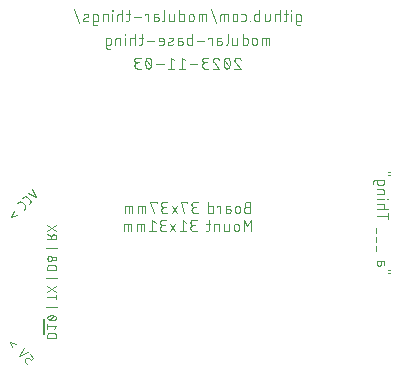
<source format=gbr>
G04 EAGLE Gerber RS-274X export*
G75*
%MOMM*%
%FSLAX34Y34*%
%LPD*%
%INSilkscreen Bottom*%
%IPPOS*%
%AMOC8*
5,1,8,0,0,1.08239X$1,22.5*%
G01*
G04 Define Apertures*
%ADD10C,0.076200*%
%ADD11C,0.203200*%
D10*
X364699Y147547D02*
X366787Y147547D01*
X366787Y150158D02*
X364699Y150158D01*
X358956Y155251D02*
X358956Y157601D01*
X358955Y155251D02*
X358953Y155167D01*
X358947Y155082D01*
X358937Y154999D01*
X358924Y154915D01*
X358906Y154833D01*
X358885Y154751D01*
X358860Y154670D01*
X358832Y154591D01*
X358799Y154513D01*
X358763Y154437D01*
X358724Y154362D01*
X358681Y154289D01*
X358635Y154218D01*
X358586Y154150D01*
X358534Y154084D01*
X358478Y154020D01*
X358420Y153959D01*
X358359Y153901D01*
X358295Y153845D01*
X358229Y153793D01*
X358161Y153744D01*
X358090Y153698D01*
X358017Y153655D01*
X357942Y153616D01*
X357866Y153580D01*
X357788Y153547D01*
X357709Y153519D01*
X357628Y153494D01*
X357546Y153473D01*
X357464Y153455D01*
X357380Y153442D01*
X357297Y153432D01*
X357212Y153426D01*
X357128Y153424D01*
X357044Y153426D01*
X356959Y153432D01*
X356876Y153442D01*
X356792Y153455D01*
X356710Y153473D01*
X356628Y153494D01*
X356547Y153519D01*
X356468Y153547D01*
X356390Y153580D01*
X356314Y153616D01*
X356239Y153655D01*
X356166Y153698D01*
X356095Y153744D01*
X356027Y153793D01*
X355961Y153845D01*
X355897Y153901D01*
X355836Y153959D01*
X355778Y154020D01*
X355722Y154084D01*
X355670Y154150D01*
X355621Y154218D01*
X355575Y154289D01*
X355532Y154362D01*
X355493Y154437D01*
X355457Y154513D01*
X355424Y154591D01*
X355396Y154670D01*
X355371Y154751D01*
X355350Y154833D01*
X355332Y154915D01*
X355319Y154999D01*
X355309Y155082D01*
X355303Y155167D01*
X355301Y155251D01*
X355301Y157601D01*
X360000Y157601D01*
X360000Y157600D02*
X360077Y157598D01*
X360153Y157592D01*
X360230Y157583D01*
X360306Y157570D01*
X360381Y157553D01*
X360455Y157533D01*
X360528Y157508D01*
X360599Y157481D01*
X360670Y157450D01*
X360738Y157415D01*
X360805Y157377D01*
X360870Y157336D01*
X360933Y157292D01*
X360993Y157245D01*
X361052Y157194D01*
X361107Y157141D01*
X361160Y157086D01*
X361211Y157027D01*
X361258Y156967D01*
X361302Y156904D01*
X361343Y156839D01*
X361381Y156772D01*
X361416Y156704D01*
X361447Y156633D01*
X361474Y156562D01*
X361499Y156489D01*
X361519Y156415D01*
X361536Y156340D01*
X361549Y156264D01*
X361558Y156187D01*
X361564Y156111D01*
X361566Y156034D01*
X361566Y153946D01*
X354257Y166271D02*
X354257Y170448D01*
X354257Y173586D02*
X354257Y177763D01*
X354257Y180901D02*
X354257Y185078D01*
X355301Y195486D02*
X364699Y195486D01*
X364699Y192876D02*
X364699Y198097D01*
X364699Y201627D02*
X355301Y201627D01*
X361566Y201627D02*
X361566Y204238D01*
X361564Y204315D01*
X361558Y204391D01*
X361549Y204468D01*
X361536Y204544D01*
X361519Y204619D01*
X361499Y204693D01*
X361474Y204766D01*
X361447Y204837D01*
X361416Y204908D01*
X361381Y204976D01*
X361343Y205043D01*
X361302Y205108D01*
X361258Y205171D01*
X361211Y205231D01*
X361160Y205290D01*
X361107Y205345D01*
X361052Y205398D01*
X360993Y205449D01*
X360933Y205496D01*
X360870Y205540D01*
X360805Y205581D01*
X360738Y205619D01*
X360670Y205654D01*
X360599Y205685D01*
X360528Y205712D01*
X360455Y205737D01*
X360381Y205757D01*
X360306Y205774D01*
X360230Y205787D01*
X360153Y205796D01*
X360077Y205802D01*
X360000Y205804D01*
X355301Y205804D01*
X355301Y209812D02*
X361566Y209812D01*
X364177Y209551D02*
X364699Y209551D01*
X364699Y210073D01*
X364177Y210073D01*
X364177Y209551D01*
X361566Y213819D02*
X355301Y213819D01*
X361566Y213819D02*
X361566Y216430D01*
X361564Y216507D01*
X361558Y216583D01*
X361549Y216660D01*
X361536Y216736D01*
X361519Y216811D01*
X361499Y216885D01*
X361474Y216958D01*
X361447Y217029D01*
X361416Y217100D01*
X361381Y217168D01*
X361343Y217235D01*
X361302Y217300D01*
X361258Y217363D01*
X361211Y217423D01*
X361160Y217482D01*
X361107Y217537D01*
X361052Y217590D01*
X360993Y217641D01*
X360933Y217688D01*
X360870Y217732D01*
X360805Y217773D01*
X360738Y217811D01*
X360670Y217846D01*
X360599Y217877D01*
X360528Y217904D01*
X360455Y217929D01*
X360381Y217949D01*
X360306Y217966D01*
X360230Y217979D01*
X360153Y217988D01*
X360077Y217994D01*
X360000Y217996D01*
X355301Y217996D01*
X355301Y223570D02*
X355301Y226180D01*
X355301Y223570D02*
X355303Y223493D01*
X355309Y223417D01*
X355318Y223340D01*
X355331Y223264D01*
X355348Y223189D01*
X355368Y223115D01*
X355393Y223042D01*
X355420Y222971D01*
X355451Y222900D01*
X355486Y222832D01*
X355524Y222765D01*
X355565Y222700D01*
X355609Y222637D01*
X355656Y222577D01*
X355707Y222518D01*
X355760Y222463D01*
X355815Y222410D01*
X355874Y222359D01*
X355934Y222312D01*
X355997Y222268D01*
X356062Y222227D01*
X356129Y222189D01*
X356197Y222154D01*
X356268Y222123D01*
X356339Y222096D01*
X356412Y222071D01*
X356486Y222051D01*
X356561Y222034D01*
X356637Y222021D01*
X356714Y222012D01*
X356790Y222006D01*
X356867Y222004D01*
X356867Y222003D02*
X360000Y222003D01*
X360000Y222004D02*
X360077Y222006D01*
X360153Y222012D01*
X360230Y222021D01*
X360306Y222034D01*
X360381Y222051D01*
X360455Y222071D01*
X360528Y222096D01*
X360599Y222123D01*
X360670Y222154D01*
X360738Y222189D01*
X360805Y222227D01*
X360870Y222268D01*
X360933Y222312D01*
X360993Y222359D01*
X361052Y222410D01*
X361107Y222463D01*
X361160Y222518D01*
X361211Y222577D01*
X361258Y222637D01*
X361302Y222700D01*
X361343Y222765D01*
X361381Y222832D01*
X361416Y222900D01*
X361447Y222971D01*
X361474Y223042D01*
X361499Y223115D01*
X361519Y223189D01*
X361536Y223264D01*
X361549Y223340D01*
X361558Y223417D01*
X361564Y223493D01*
X361566Y223570D01*
X361566Y226180D01*
X353735Y226180D01*
X353658Y226178D01*
X353582Y226172D01*
X353505Y226163D01*
X353429Y226150D01*
X353354Y226133D01*
X353280Y226113D01*
X353207Y226088D01*
X353136Y226061D01*
X353065Y226030D01*
X352997Y225995D01*
X352930Y225957D01*
X352865Y225916D01*
X352802Y225872D01*
X352742Y225825D01*
X352683Y225774D01*
X352628Y225721D01*
X352575Y225666D01*
X352524Y225607D01*
X352477Y225547D01*
X352433Y225484D01*
X352392Y225419D01*
X352354Y225352D01*
X352319Y225284D01*
X352288Y225213D01*
X352261Y225142D01*
X352236Y225069D01*
X352216Y224995D01*
X352199Y224920D01*
X352186Y224844D01*
X352177Y224768D01*
X352171Y224691D01*
X352169Y224614D01*
X352168Y224614D02*
X352168Y222525D01*
X364699Y229842D02*
X366787Y229842D01*
X366787Y232453D02*
X364699Y232453D01*
X264186Y340301D02*
X264186Y346566D01*
X259487Y346566D01*
X259410Y346564D01*
X259334Y346558D01*
X259257Y346549D01*
X259181Y346536D01*
X259106Y346519D01*
X259032Y346499D01*
X258959Y346474D01*
X258888Y346447D01*
X258817Y346416D01*
X258749Y346381D01*
X258682Y346343D01*
X258617Y346302D01*
X258554Y346258D01*
X258494Y346211D01*
X258435Y346160D01*
X258380Y346107D01*
X258327Y346052D01*
X258276Y345993D01*
X258229Y345933D01*
X258185Y345870D01*
X258144Y345805D01*
X258106Y345738D01*
X258071Y345670D01*
X258040Y345599D01*
X258013Y345528D01*
X257988Y345455D01*
X257968Y345381D01*
X257951Y345306D01*
X257938Y345230D01*
X257929Y345153D01*
X257923Y345077D01*
X257921Y345000D01*
X257921Y340301D01*
X261054Y340301D02*
X261054Y346566D01*
X253693Y344478D02*
X253693Y342389D01*
X253693Y344478D02*
X253691Y344568D01*
X253685Y344657D01*
X253676Y344747D01*
X253662Y344836D01*
X253645Y344924D01*
X253624Y345011D01*
X253599Y345098D01*
X253570Y345183D01*
X253538Y345267D01*
X253503Y345349D01*
X253463Y345430D01*
X253421Y345509D01*
X253375Y345586D01*
X253325Y345661D01*
X253273Y345734D01*
X253217Y345805D01*
X253159Y345873D01*
X253097Y345938D01*
X253033Y346001D01*
X252966Y346061D01*
X252897Y346118D01*
X252825Y346172D01*
X252751Y346223D01*
X252675Y346271D01*
X252597Y346315D01*
X252517Y346356D01*
X252435Y346394D01*
X252352Y346428D01*
X252267Y346458D01*
X252181Y346485D01*
X252095Y346508D01*
X252007Y346527D01*
X251918Y346542D01*
X251829Y346554D01*
X251740Y346562D01*
X251650Y346566D01*
X251560Y346566D01*
X251470Y346562D01*
X251381Y346554D01*
X251292Y346542D01*
X251203Y346527D01*
X251115Y346508D01*
X251029Y346485D01*
X250943Y346458D01*
X250858Y346428D01*
X250775Y346394D01*
X250693Y346356D01*
X250613Y346315D01*
X250535Y346271D01*
X250459Y346223D01*
X250385Y346172D01*
X250313Y346118D01*
X250244Y346061D01*
X250177Y346001D01*
X250113Y345938D01*
X250051Y345873D01*
X249993Y345805D01*
X249937Y345734D01*
X249885Y345661D01*
X249835Y345586D01*
X249789Y345509D01*
X249747Y345430D01*
X249707Y345349D01*
X249672Y345267D01*
X249640Y345183D01*
X249611Y345098D01*
X249586Y345011D01*
X249565Y344924D01*
X249548Y344836D01*
X249534Y344747D01*
X249525Y344657D01*
X249519Y344568D01*
X249517Y344478D01*
X249516Y344478D02*
X249516Y342389D01*
X249517Y342389D02*
X249519Y342299D01*
X249525Y342210D01*
X249534Y342120D01*
X249548Y342031D01*
X249565Y341943D01*
X249586Y341856D01*
X249611Y341769D01*
X249640Y341684D01*
X249672Y341600D01*
X249707Y341518D01*
X249747Y341437D01*
X249789Y341358D01*
X249835Y341281D01*
X249885Y341206D01*
X249937Y341133D01*
X249993Y341062D01*
X250051Y340994D01*
X250113Y340929D01*
X250177Y340866D01*
X250244Y340806D01*
X250313Y340749D01*
X250385Y340695D01*
X250459Y340644D01*
X250535Y340596D01*
X250613Y340552D01*
X250693Y340511D01*
X250775Y340473D01*
X250858Y340439D01*
X250943Y340409D01*
X251029Y340382D01*
X251115Y340359D01*
X251203Y340340D01*
X251292Y340325D01*
X251381Y340313D01*
X251470Y340305D01*
X251560Y340301D01*
X251650Y340301D01*
X251740Y340305D01*
X251829Y340313D01*
X251918Y340325D01*
X252007Y340340D01*
X252095Y340359D01*
X252181Y340382D01*
X252267Y340409D01*
X252352Y340439D01*
X252435Y340473D01*
X252517Y340511D01*
X252597Y340552D01*
X252675Y340596D01*
X252751Y340644D01*
X252825Y340695D01*
X252897Y340749D01*
X252966Y340806D01*
X253033Y340866D01*
X253097Y340929D01*
X253159Y340994D01*
X253217Y341062D01*
X253273Y341133D01*
X253325Y341206D01*
X253375Y341281D01*
X253421Y341358D01*
X253463Y341437D01*
X253503Y341518D01*
X253538Y341600D01*
X253570Y341684D01*
X253599Y341769D01*
X253624Y341856D01*
X253645Y341943D01*
X253662Y342031D01*
X253676Y342120D01*
X253685Y342210D01*
X253691Y342299D01*
X253693Y342389D01*
X241637Y340301D02*
X241637Y349699D01*
X241637Y340301D02*
X244248Y340301D01*
X244325Y340303D01*
X244401Y340309D01*
X244478Y340318D01*
X244554Y340331D01*
X244629Y340348D01*
X244703Y340368D01*
X244776Y340393D01*
X244847Y340420D01*
X244918Y340451D01*
X244986Y340486D01*
X245053Y340524D01*
X245118Y340565D01*
X245181Y340609D01*
X245241Y340656D01*
X245300Y340707D01*
X245355Y340760D01*
X245408Y340815D01*
X245459Y340874D01*
X245506Y340934D01*
X245550Y340997D01*
X245591Y341062D01*
X245629Y341129D01*
X245664Y341197D01*
X245695Y341268D01*
X245722Y341339D01*
X245747Y341412D01*
X245767Y341486D01*
X245784Y341561D01*
X245797Y341637D01*
X245806Y341714D01*
X245812Y341790D01*
X245814Y341867D01*
X245814Y345000D01*
X245812Y345077D01*
X245806Y345153D01*
X245797Y345230D01*
X245784Y345306D01*
X245767Y345381D01*
X245747Y345455D01*
X245722Y345528D01*
X245695Y345599D01*
X245664Y345670D01*
X245629Y345738D01*
X245591Y345805D01*
X245550Y345870D01*
X245506Y345933D01*
X245459Y345993D01*
X245408Y346052D01*
X245355Y346107D01*
X245300Y346160D01*
X245241Y346211D01*
X245181Y346258D01*
X245118Y346302D01*
X245053Y346343D01*
X244986Y346381D01*
X244918Y346416D01*
X244847Y346447D01*
X244776Y346474D01*
X244703Y346499D01*
X244629Y346519D01*
X244554Y346536D01*
X244478Y346549D01*
X244401Y346558D01*
X244325Y346564D01*
X244248Y346566D01*
X241637Y346566D01*
X237234Y346566D02*
X237234Y341867D01*
X237232Y341790D01*
X237226Y341714D01*
X237217Y341637D01*
X237204Y341561D01*
X237187Y341486D01*
X237167Y341412D01*
X237142Y341339D01*
X237115Y341268D01*
X237084Y341197D01*
X237049Y341129D01*
X237011Y341062D01*
X236970Y340997D01*
X236926Y340934D01*
X236879Y340874D01*
X236828Y340815D01*
X236775Y340760D01*
X236720Y340707D01*
X236661Y340656D01*
X236601Y340609D01*
X236538Y340565D01*
X236473Y340524D01*
X236406Y340486D01*
X236338Y340451D01*
X236267Y340420D01*
X236196Y340393D01*
X236123Y340368D01*
X236049Y340348D01*
X235974Y340331D01*
X235898Y340318D01*
X235821Y340309D01*
X235745Y340303D01*
X235668Y340301D01*
X233057Y340301D01*
X233057Y346566D01*
X228879Y349699D02*
X228879Y341867D01*
X228877Y341790D01*
X228871Y341714D01*
X228862Y341637D01*
X228849Y341561D01*
X228832Y341486D01*
X228812Y341412D01*
X228787Y341339D01*
X228760Y341268D01*
X228729Y341197D01*
X228694Y341129D01*
X228656Y341062D01*
X228615Y340997D01*
X228571Y340934D01*
X228524Y340874D01*
X228473Y340815D01*
X228420Y340760D01*
X228365Y340707D01*
X228306Y340656D01*
X228246Y340609D01*
X228183Y340565D01*
X228118Y340524D01*
X228051Y340486D01*
X227983Y340451D01*
X227912Y340420D01*
X227841Y340393D01*
X227768Y340368D01*
X227694Y340348D01*
X227619Y340331D01*
X227543Y340318D01*
X227466Y340309D01*
X227390Y340303D01*
X227313Y340301D01*
X222346Y343956D02*
X219997Y343956D01*
X222346Y343955D02*
X222430Y343953D01*
X222515Y343947D01*
X222598Y343937D01*
X222682Y343924D01*
X222764Y343906D01*
X222846Y343885D01*
X222927Y343860D01*
X223006Y343832D01*
X223084Y343799D01*
X223160Y343763D01*
X223235Y343724D01*
X223308Y343681D01*
X223379Y343635D01*
X223447Y343586D01*
X223513Y343534D01*
X223577Y343478D01*
X223638Y343420D01*
X223696Y343359D01*
X223752Y343295D01*
X223804Y343229D01*
X223853Y343161D01*
X223899Y343090D01*
X223942Y343017D01*
X223981Y342942D01*
X224017Y342866D01*
X224050Y342788D01*
X224078Y342709D01*
X224103Y342628D01*
X224124Y342546D01*
X224142Y342464D01*
X224155Y342380D01*
X224165Y342297D01*
X224171Y342212D01*
X224173Y342128D01*
X224171Y342044D01*
X224165Y341959D01*
X224155Y341876D01*
X224142Y341792D01*
X224124Y341710D01*
X224103Y341628D01*
X224078Y341547D01*
X224050Y341468D01*
X224017Y341390D01*
X223981Y341314D01*
X223942Y341239D01*
X223899Y341166D01*
X223853Y341095D01*
X223804Y341027D01*
X223752Y340961D01*
X223696Y340897D01*
X223638Y340836D01*
X223577Y340778D01*
X223513Y340722D01*
X223447Y340670D01*
X223379Y340621D01*
X223308Y340575D01*
X223235Y340532D01*
X223160Y340493D01*
X223084Y340457D01*
X223006Y340424D01*
X222927Y340396D01*
X222846Y340371D01*
X222764Y340350D01*
X222682Y340332D01*
X222598Y340319D01*
X222515Y340309D01*
X222430Y340303D01*
X222346Y340301D01*
X219997Y340301D01*
X219997Y345000D01*
X219999Y345077D01*
X220005Y345153D01*
X220014Y345230D01*
X220027Y345306D01*
X220044Y345381D01*
X220064Y345455D01*
X220089Y345528D01*
X220116Y345599D01*
X220147Y345670D01*
X220182Y345738D01*
X220220Y345805D01*
X220261Y345870D01*
X220305Y345933D01*
X220352Y345993D01*
X220403Y346052D01*
X220456Y346107D01*
X220511Y346160D01*
X220570Y346211D01*
X220630Y346258D01*
X220693Y346302D01*
X220758Y346343D01*
X220825Y346381D01*
X220893Y346416D01*
X220964Y346447D01*
X221035Y346474D01*
X221108Y346499D01*
X221183Y346519D01*
X221258Y346536D01*
X221333Y346549D01*
X221410Y346558D01*
X221486Y346564D01*
X221563Y346566D01*
X223651Y346566D01*
X215542Y346566D02*
X215542Y340301D01*
X215542Y346566D02*
X212409Y346566D01*
X212409Y345522D01*
X209322Y343956D02*
X203057Y343956D01*
X198784Y340301D02*
X198784Y349699D01*
X198784Y340301D02*
X196173Y340301D01*
X196096Y340303D01*
X196020Y340309D01*
X195943Y340318D01*
X195867Y340331D01*
X195793Y340348D01*
X195718Y340368D01*
X195645Y340393D01*
X195574Y340420D01*
X195503Y340451D01*
X195435Y340486D01*
X195368Y340524D01*
X195303Y340565D01*
X195240Y340609D01*
X195180Y340656D01*
X195121Y340707D01*
X195066Y340760D01*
X195013Y340815D01*
X194962Y340874D01*
X194915Y340934D01*
X194871Y340997D01*
X194830Y341062D01*
X194792Y341129D01*
X194757Y341197D01*
X194726Y341268D01*
X194699Y341339D01*
X194674Y341412D01*
X194654Y341486D01*
X194637Y341561D01*
X194624Y341637D01*
X194615Y341713D01*
X194609Y341790D01*
X194607Y341867D01*
X194607Y345000D01*
X194609Y345077D01*
X194615Y345153D01*
X194624Y345230D01*
X194637Y345306D01*
X194654Y345381D01*
X194674Y345455D01*
X194699Y345528D01*
X194726Y345599D01*
X194757Y345670D01*
X194792Y345738D01*
X194830Y345805D01*
X194871Y345870D01*
X194915Y345933D01*
X194962Y345993D01*
X195013Y346052D01*
X195066Y346107D01*
X195121Y346160D01*
X195180Y346211D01*
X195240Y346258D01*
X195303Y346302D01*
X195368Y346343D01*
X195435Y346381D01*
X195503Y346416D01*
X195574Y346447D01*
X195645Y346474D01*
X195718Y346499D01*
X195793Y346519D01*
X195868Y346536D01*
X195943Y346549D01*
X196020Y346558D01*
X196096Y346564D01*
X196173Y346566D01*
X198784Y346566D01*
X189123Y343956D02*
X186774Y343956D01*
X189123Y343955D02*
X189207Y343953D01*
X189292Y343947D01*
X189375Y343937D01*
X189459Y343924D01*
X189541Y343906D01*
X189623Y343885D01*
X189704Y343860D01*
X189783Y343832D01*
X189861Y343799D01*
X189937Y343763D01*
X190012Y343724D01*
X190085Y343681D01*
X190156Y343635D01*
X190224Y343586D01*
X190290Y343534D01*
X190354Y343478D01*
X190415Y343420D01*
X190473Y343359D01*
X190529Y343295D01*
X190581Y343229D01*
X190630Y343161D01*
X190676Y343090D01*
X190719Y343017D01*
X190758Y342942D01*
X190794Y342866D01*
X190827Y342788D01*
X190855Y342709D01*
X190880Y342628D01*
X190901Y342546D01*
X190919Y342464D01*
X190932Y342380D01*
X190942Y342297D01*
X190948Y342212D01*
X190950Y342128D01*
X190948Y342044D01*
X190942Y341959D01*
X190932Y341876D01*
X190919Y341792D01*
X190901Y341710D01*
X190880Y341628D01*
X190855Y341547D01*
X190827Y341468D01*
X190794Y341390D01*
X190758Y341314D01*
X190719Y341239D01*
X190676Y341166D01*
X190630Y341095D01*
X190581Y341027D01*
X190529Y340961D01*
X190473Y340897D01*
X190415Y340836D01*
X190354Y340778D01*
X190290Y340722D01*
X190224Y340670D01*
X190156Y340621D01*
X190085Y340575D01*
X190012Y340532D01*
X189937Y340493D01*
X189861Y340457D01*
X189783Y340424D01*
X189704Y340396D01*
X189623Y340371D01*
X189541Y340350D01*
X189459Y340332D01*
X189375Y340319D01*
X189292Y340309D01*
X189207Y340303D01*
X189123Y340301D01*
X186774Y340301D01*
X186774Y345000D01*
X186776Y345077D01*
X186782Y345153D01*
X186791Y345230D01*
X186804Y345306D01*
X186821Y345381D01*
X186841Y345455D01*
X186866Y345528D01*
X186893Y345599D01*
X186924Y345670D01*
X186959Y345738D01*
X186997Y345805D01*
X187038Y345870D01*
X187082Y345933D01*
X187129Y345993D01*
X187180Y346052D01*
X187233Y346107D01*
X187288Y346160D01*
X187347Y346211D01*
X187407Y346258D01*
X187470Y346302D01*
X187535Y346343D01*
X187602Y346381D01*
X187670Y346416D01*
X187741Y346447D01*
X187812Y346474D01*
X187885Y346499D01*
X187960Y346519D01*
X188035Y346536D01*
X188110Y346549D01*
X188187Y346558D01*
X188263Y346564D01*
X188340Y346566D01*
X190428Y346566D01*
X181892Y343956D02*
X179282Y342912D01*
X181892Y343956D02*
X181958Y343984D01*
X182023Y344017D01*
X182086Y344052D01*
X182147Y344091D01*
X182206Y344133D01*
X182262Y344178D01*
X182316Y344226D01*
X182367Y344277D01*
X182416Y344330D01*
X182461Y344387D01*
X182504Y344445D01*
X182543Y344505D01*
X182580Y344568D01*
X182612Y344633D01*
X182641Y344699D01*
X182667Y344766D01*
X182689Y344835D01*
X182707Y344905D01*
X182722Y344976D01*
X182733Y345047D01*
X182740Y345119D01*
X182743Y345191D01*
X182742Y345263D01*
X182737Y345336D01*
X182729Y345407D01*
X182717Y345479D01*
X182701Y345549D01*
X182681Y345618D01*
X182657Y345687D01*
X182630Y345754D01*
X182600Y345819D01*
X182566Y345883D01*
X182528Y345945D01*
X182488Y346005D01*
X182444Y346062D01*
X182397Y346117D01*
X182347Y346170D01*
X182295Y346219D01*
X182240Y346266D01*
X182183Y346310D01*
X182123Y346351D01*
X182061Y346388D01*
X181997Y346423D01*
X181932Y346453D01*
X181865Y346481D01*
X181797Y346504D01*
X181727Y346524D01*
X181657Y346540D01*
X181586Y346553D01*
X181514Y346561D01*
X181442Y346566D01*
X181370Y346567D01*
X181370Y346566D02*
X181219Y346562D01*
X181068Y346554D01*
X180917Y346543D01*
X180766Y346527D01*
X180616Y346507D01*
X180466Y346484D01*
X180317Y346457D01*
X180169Y346426D01*
X180021Y346391D01*
X179875Y346353D01*
X179729Y346310D01*
X179585Y346264D01*
X179442Y346215D01*
X179300Y346162D01*
X179160Y346105D01*
X179021Y346044D01*
X179281Y342912D02*
X179215Y342884D01*
X179150Y342851D01*
X179087Y342816D01*
X179026Y342777D01*
X178967Y342735D01*
X178911Y342690D01*
X178857Y342642D01*
X178806Y342591D01*
X178757Y342538D01*
X178712Y342481D01*
X178669Y342423D01*
X178630Y342363D01*
X178593Y342300D01*
X178561Y342235D01*
X178532Y342169D01*
X178506Y342102D01*
X178484Y342033D01*
X178466Y341963D01*
X178451Y341892D01*
X178440Y341821D01*
X178433Y341749D01*
X178430Y341677D01*
X178431Y341605D01*
X178436Y341532D01*
X178444Y341461D01*
X178456Y341389D01*
X178472Y341319D01*
X178492Y341250D01*
X178516Y341181D01*
X178543Y341114D01*
X178573Y341049D01*
X178607Y340985D01*
X178645Y340923D01*
X178685Y340863D01*
X178729Y340806D01*
X178776Y340751D01*
X178826Y340698D01*
X178878Y340649D01*
X178933Y340602D01*
X178990Y340558D01*
X179050Y340517D01*
X179112Y340480D01*
X179176Y340445D01*
X179241Y340415D01*
X179308Y340387D01*
X179376Y340364D01*
X179446Y340344D01*
X179516Y340328D01*
X179587Y340315D01*
X179659Y340307D01*
X179731Y340302D01*
X179803Y340301D01*
X180013Y340306D01*
X180222Y340317D01*
X180431Y340332D01*
X180639Y340352D01*
X180847Y340378D01*
X181054Y340408D01*
X181261Y340443D01*
X181466Y340483D01*
X181671Y340527D01*
X181874Y340577D01*
X182077Y340631D01*
X182278Y340691D01*
X182477Y340754D01*
X182675Y340823D01*
X173184Y340301D02*
X170574Y340301D01*
X173184Y340301D02*
X173261Y340303D01*
X173337Y340309D01*
X173414Y340318D01*
X173490Y340331D01*
X173565Y340348D01*
X173639Y340368D01*
X173712Y340393D01*
X173783Y340420D01*
X173854Y340451D01*
X173922Y340486D01*
X173989Y340524D01*
X174054Y340565D01*
X174117Y340609D01*
X174177Y340656D01*
X174236Y340707D01*
X174291Y340760D01*
X174344Y340815D01*
X174395Y340874D01*
X174442Y340934D01*
X174486Y340997D01*
X174527Y341062D01*
X174565Y341129D01*
X174600Y341197D01*
X174631Y341268D01*
X174658Y341339D01*
X174683Y341412D01*
X174703Y341486D01*
X174720Y341561D01*
X174733Y341637D01*
X174742Y341714D01*
X174748Y341790D01*
X174750Y341867D01*
X174750Y344478D01*
X174748Y344568D01*
X174742Y344657D01*
X174733Y344747D01*
X174719Y344836D01*
X174702Y344924D01*
X174681Y345011D01*
X174656Y345098D01*
X174627Y345183D01*
X174595Y345267D01*
X174560Y345349D01*
X174520Y345430D01*
X174478Y345509D01*
X174432Y345586D01*
X174382Y345661D01*
X174330Y345734D01*
X174274Y345805D01*
X174216Y345873D01*
X174154Y345938D01*
X174090Y346001D01*
X174023Y346061D01*
X173954Y346118D01*
X173882Y346172D01*
X173808Y346223D01*
X173732Y346271D01*
X173654Y346315D01*
X173574Y346356D01*
X173492Y346394D01*
X173409Y346428D01*
X173324Y346458D01*
X173238Y346485D01*
X173152Y346508D01*
X173064Y346527D01*
X172975Y346542D01*
X172886Y346554D01*
X172797Y346562D01*
X172707Y346566D01*
X172617Y346566D01*
X172527Y346562D01*
X172438Y346554D01*
X172349Y346542D01*
X172260Y346527D01*
X172172Y346508D01*
X172086Y346485D01*
X172000Y346458D01*
X171915Y346428D01*
X171832Y346394D01*
X171750Y346356D01*
X171670Y346315D01*
X171592Y346271D01*
X171516Y346223D01*
X171442Y346172D01*
X171370Y346118D01*
X171301Y346061D01*
X171234Y346001D01*
X171170Y345938D01*
X171108Y345873D01*
X171050Y345805D01*
X170994Y345734D01*
X170942Y345661D01*
X170892Y345586D01*
X170846Y345509D01*
X170804Y345430D01*
X170764Y345349D01*
X170729Y345267D01*
X170697Y345183D01*
X170668Y345098D01*
X170643Y345011D01*
X170622Y344924D01*
X170605Y344836D01*
X170591Y344747D01*
X170582Y344657D01*
X170576Y344568D01*
X170574Y344478D01*
X170574Y343434D01*
X174750Y343434D01*
X166651Y343956D02*
X160385Y343956D01*
X157231Y346566D02*
X154099Y346566D01*
X156187Y349699D02*
X156187Y341867D01*
X156185Y341790D01*
X156179Y341714D01*
X156170Y341637D01*
X156157Y341561D01*
X156140Y341486D01*
X156120Y341412D01*
X156095Y341339D01*
X156068Y341268D01*
X156037Y341197D01*
X156002Y341129D01*
X155964Y341062D01*
X155923Y340997D01*
X155879Y340934D01*
X155832Y340874D01*
X155781Y340815D01*
X155728Y340760D01*
X155673Y340707D01*
X155614Y340656D01*
X155554Y340609D01*
X155491Y340565D01*
X155426Y340524D01*
X155359Y340486D01*
X155291Y340451D01*
X155220Y340420D01*
X155149Y340393D01*
X155076Y340368D01*
X155002Y340348D01*
X154927Y340331D01*
X154851Y340318D01*
X154774Y340309D01*
X154698Y340303D01*
X154621Y340301D01*
X154099Y340301D01*
X150367Y340301D02*
X150367Y349699D01*
X150367Y346566D02*
X147756Y346566D01*
X147679Y346564D01*
X147603Y346558D01*
X147526Y346549D01*
X147450Y346536D01*
X147376Y346519D01*
X147301Y346499D01*
X147228Y346474D01*
X147157Y346447D01*
X147086Y346416D01*
X147018Y346381D01*
X146951Y346343D01*
X146886Y346302D01*
X146823Y346258D01*
X146763Y346211D01*
X146704Y346160D01*
X146649Y346107D01*
X146596Y346052D01*
X146545Y345993D01*
X146498Y345933D01*
X146454Y345870D01*
X146413Y345805D01*
X146375Y345738D01*
X146340Y345670D01*
X146309Y345599D01*
X146282Y345528D01*
X146257Y345455D01*
X146237Y345381D01*
X146220Y345306D01*
X146207Y345230D01*
X146198Y345154D01*
X146192Y345077D01*
X146190Y345000D01*
X146190Y340301D01*
X142182Y340301D02*
X142182Y346566D01*
X142443Y349177D02*
X142443Y349699D01*
X141921Y349699D01*
X141921Y349177D01*
X142443Y349177D01*
X138175Y346566D02*
X138175Y340301D01*
X138175Y346566D02*
X135564Y346566D01*
X135487Y346564D01*
X135411Y346558D01*
X135334Y346549D01*
X135258Y346536D01*
X135184Y346519D01*
X135109Y346499D01*
X135036Y346474D01*
X134965Y346447D01*
X134894Y346416D01*
X134826Y346381D01*
X134759Y346343D01*
X134694Y346302D01*
X134631Y346258D01*
X134571Y346211D01*
X134512Y346160D01*
X134457Y346107D01*
X134404Y346052D01*
X134353Y345993D01*
X134306Y345933D01*
X134262Y345870D01*
X134221Y345805D01*
X134183Y345738D01*
X134148Y345670D01*
X134117Y345599D01*
X134090Y345528D01*
X134065Y345455D01*
X134045Y345381D01*
X134028Y345306D01*
X134015Y345230D01*
X134006Y345154D01*
X134000Y345077D01*
X133998Y345000D01*
X133998Y340301D01*
X128424Y340301D02*
X125814Y340301D01*
X128424Y340301D02*
X128501Y340303D01*
X128577Y340309D01*
X128654Y340318D01*
X128730Y340331D01*
X128805Y340348D01*
X128879Y340368D01*
X128952Y340393D01*
X129023Y340420D01*
X129094Y340451D01*
X129162Y340486D01*
X129229Y340524D01*
X129294Y340565D01*
X129357Y340609D01*
X129417Y340656D01*
X129476Y340707D01*
X129531Y340760D01*
X129584Y340815D01*
X129635Y340874D01*
X129682Y340934D01*
X129726Y340997D01*
X129767Y341062D01*
X129805Y341129D01*
X129840Y341197D01*
X129871Y341268D01*
X129898Y341339D01*
X129923Y341412D01*
X129943Y341486D01*
X129960Y341561D01*
X129973Y341637D01*
X129982Y341714D01*
X129988Y341790D01*
X129990Y341867D01*
X129991Y341867D02*
X129991Y345000D01*
X129990Y345000D02*
X129988Y345077D01*
X129982Y345153D01*
X129973Y345230D01*
X129960Y345306D01*
X129943Y345381D01*
X129923Y345455D01*
X129898Y345528D01*
X129871Y345599D01*
X129840Y345670D01*
X129805Y345738D01*
X129767Y345805D01*
X129726Y345870D01*
X129682Y345933D01*
X129635Y345993D01*
X129584Y346052D01*
X129531Y346107D01*
X129476Y346160D01*
X129417Y346211D01*
X129357Y346258D01*
X129294Y346302D01*
X129229Y346343D01*
X129162Y346381D01*
X129094Y346416D01*
X129023Y346447D01*
X128952Y346474D01*
X128879Y346499D01*
X128805Y346519D01*
X128730Y346536D01*
X128654Y346549D01*
X128577Y346558D01*
X128501Y346564D01*
X128424Y346566D01*
X125814Y346566D01*
X125814Y338735D01*
X125816Y338658D01*
X125822Y338582D01*
X125831Y338505D01*
X125844Y338429D01*
X125861Y338354D01*
X125881Y338280D01*
X125906Y338207D01*
X125933Y338136D01*
X125964Y338065D01*
X125999Y337997D01*
X126037Y337930D01*
X126078Y337865D01*
X126122Y337802D01*
X126169Y337742D01*
X126220Y337683D01*
X126273Y337628D01*
X126328Y337575D01*
X126387Y337524D01*
X126447Y337477D01*
X126510Y337433D01*
X126575Y337392D01*
X126642Y337354D01*
X126710Y337319D01*
X126781Y337288D01*
X126852Y337261D01*
X126925Y337236D01*
X126999Y337216D01*
X127074Y337199D01*
X127150Y337186D01*
X127227Y337177D01*
X127303Y337171D01*
X127380Y337169D01*
X127380Y337168D02*
X129469Y337168D01*
X245335Y203142D02*
X247945Y203142D01*
X245335Y203143D02*
X245234Y203141D01*
X245133Y203135D01*
X245032Y203125D01*
X244932Y203112D01*
X244832Y203094D01*
X244733Y203073D01*
X244635Y203047D01*
X244538Y203018D01*
X244442Y202986D01*
X244348Y202949D01*
X244255Y202909D01*
X244163Y202865D01*
X244074Y202818D01*
X243986Y202767D01*
X243900Y202713D01*
X243817Y202656D01*
X243735Y202596D01*
X243657Y202532D01*
X243580Y202466D01*
X243507Y202396D01*
X243436Y202324D01*
X243368Y202249D01*
X243303Y202171D01*
X243241Y202091D01*
X243182Y202009D01*
X243126Y201924D01*
X243074Y201838D01*
X243025Y201749D01*
X242979Y201658D01*
X242938Y201566D01*
X242899Y201472D01*
X242865Y201377D01*
X242834Y201281D01*
X242807Y201183D01*
X242783Y201085D01*
X242764Y200985D01*
X242748Y200885D01*
X242736Y200785D01*
X242728Y200684D01*
X242724Y200583D01*
X242724Y200481D01*
X242728Y200380D01*
X242736Y200279D01*
X242748Y200179D01*
X242764Y200079D01*
X242783Y199979D01*
X242807Y199881D01*
X242834Y199783D01*
X242865Y199687D01*
X242899Y199592D01*
X242938Y199498D01*
X242979Y199406D01*
X243025Y199315D01*
X243074Y199227D01*
X243126Y199140D01*
X243182Y199055D01*
X243241Y198973D01*
X243303Y198893D01*
X243368Y198815D01*
X243436Y198740D01*
X243507Y198668D01*
X243580Y198598D01*
X243657Y198532D01*
X243735Y198468D01*
X243817Y198408D01*
X243900Y198351D01*
X243986Y198297D01*
X244074Y198246D01*
X244163Y198199D01*
X244255Y198155D01*
X244348Y198115D01*
X244442Y198078D01*
X244538Y198046D01*
X244635Y198017D01*
X244733Y197991D01*
X244832Y197970D01*
X244932Y197952D01*
X245032Y197939D01*
X245133Y197929D01*
X245234Y197923D01*
X245335Y197921D01*
X247945Y197921D01*
X247945Y207319D01*
X245335Y207319D01*
X245245Y207317D01*
X245156Y207311D01*
X245066Y207302D01*
X244977Y207288D01*
X244889Y207271D01*
X244802Y207250D01*
X244715Y207225D01*
X244630Y207196D01*
X244546Y207164D01*
X244464Y207129D01*
X244383Y207089D01*
X244304Y207047D01*
X244227Y207001D01*
X244152Y206951D01*
X244079Y206899D01*
X244008Y206843D01*
X243940Y206785D01*
X243875Y206723D01*
X243812Y206659D01*
X243752Y206592D01*
X243695Y206523D01*
X243641Y206451D01*
X243590Y206377D01*
X243542Y206301D01*
X243498Y206223D01*
X243457Y206143D01*
X243419Y206061D01*
X243385Y205978D01*
X243355Y205893D01*
X243328Y205807D01*
X243305Y205721D01*
X243286Y205633D01*
X243271Y205544D01*
X243259Y205455D01*
X243251Y205366D01*
X243247Y205276D01*
X243247Y205186D01*
X243251Y205096D01*
X243259Y205007D01*
X243271Y204918D01*
X243286Y204829D01*
X243305Y204741D01*
X243328Y204655D01*
X243355Y204569D01*
X243385Y204484D01*
X243419Y204401D01*
X243457Y204319D01*
X243498Y204239D01*
X243542Y204161D01*
X243590Y204085D01*
X243641Y204011D01*
X243695Y203939D01*
X243752Y203870D01*
X243812Y203803D01*
X243875Y203739D01*
X243940Y203677D01*
X244008Y203619D01*
X244079Y203563D01*
X244152Y203511D01*
X244227Y203461D01*
X244304Y203415D01*
X244383Y203373D01*
X244464Y203333D01*
X244546Y203298D01*
X244630Y203266D01*
X244715Y203237D01*
X244802Y203212D01*
X244889Y203191D01*
X244977Y203174D01*
X245066Y203160D01*
X245156Y203151D01*
X245245Y203145D01*
X245335Y203143D01*
X239325Y202098D02*
X239325Y200009D01*
X239324Y202098D02*
X239322Y202188D01*
X239316Y202277D01*
X239307Y202367D01*
X239293Y202456D01*
X239276Y202544D01*
X239255Y202631D01*
X239230Y202718D01*
X239201Y202803D01*
X239169Y202887D01*
X239134Y202969D01*
X239094Y203050D01*
X239052Y203129D01*
X239006Y203206D01*
X238956Y203281D01*
X238904Y203354D01*
X238848Y203425D01*
X238790Y203493D01*
X238728Y203558D01*
X238664Y203621D01*
X238597Y203681D01*
X238528Y203738D01*
X238456Y203792D01*
X238382Y203843D01*
X238306Y203891D01*
X238228Y203935D01*
X238148Y203976D01*
X238066Y204014D01*
X237983Y204048D01*
X237898Y204078D01*
X237812Y204105D01*
X237726Y204128D01*
X237638Y204147D01*
X237549Y204162D01*
X237460Y204174D01*
X237371Y204182D01*
X237281Y204186D01*
X237191Y204186D01*
X237101Y204182D01*
X237012Y204174D01*
X236923Y204162D01*
X236834Y204147D01*
X236746Y204128D01*
X236660Y204105D01*
X236574Y204078D01*
X236489Y204048D01*
X236406Y204014D01*
X236324Y203976D01*
X236244Y203935D01*
X236166Y203891D01*
X236090Y203843D01*
X236016Y203792D01*
X235944Y203738D01*
X235875Y203681D01*
X235808Y203621D01*
X235744Y203558D01*
X235682Y203493D01*
X235624Y203425D01*
X235568Y203354D01*
X235516Y203281D01*
X235466Y203206D01*
X235420Y203129D01*
X235378Y203050D01*
X235338Y202969D01*
X235303Y202887D01*
X235271Y202803D01*
X235242Y202718D01*
X235217Y202631D01*
X235196Y202544D01*
X235179Y202456D01*
X235165Y202367D01*
X235156Y202277D01*
X235150Y202188D01*
X235148Y202098D01*
X235148Y200009D01*
X235150Y199919D01*
X235156Y199830D01*
X235165Y199740D01*
X235179Y199651D01*
X235196Y199563D01*
X235217Y199476D01*
X235242Y199389D01*
X235271Y199304D01*
X235303Y199220D01*
X235338Y199138D01*
X235378Y199057D01*
X235420Y198978D01*
X235466Y198901D01*
X235516Y198826D01*
X235568Y198753D01*
X235624Y198682D01*
X235682Y198614D01*
X235744Y198549D01*
X235808Y198486D01*
X235875Y198426D01*
X235944Y198369D01*
X236016Y198315D01*
X236090Y198264D01*
X236166Y198216D01*
X236244Y198172D01*
X236324Y198131D01*
X236406Y198093D01*
X236489Y198059D01*
X236574Y198029D01*
X236660Y198002D01*
X236746Y197979D01*
X236834Y197960D01*
X236923Y197945D01*
X237012Y197933D01*
X237101Y197925D01*
X237191Y197921D01*
X237281Y197921D01*
X237371Y197925D01*
X237460Y197933D01*
X237549Y197945D01*
X237638Y197960D01*
X237726Y197979D01*
X237812Y198002D01*
X237898Y198029D01*
X237983Y198059D01*
X238066Y198093D01*
X238148Y198131D01*
X238228Y198172D01*
X238306Y198216D01*
X238382Y198264D01*
X238456Y198315D01*
X238528Y198369D01*
X238597Y198426D01*
X238664Y198486D01*
X238728Y198549D01*
X238790Y198614D01*
X238848Y198682D01*
X238904Y198753D01*
X238956Y198826D01*
X239006Y198901D01*
X239052Y198978D01*
X239094Y199057D01*
X239134Y199138D01*
X239169Y199220D01*
X239201Y199304D01*
X239230Y199389D01*
X239255Y199476D01*
X239276Y199563D01*
X239293Y199651D01*
X239307Y199740D01*
X239316Y199830D01*
X239322Y199919D01*
X239324Y200009D01*
X229618Y201576D02*
X227269Y201576D01*
X229618Y201575D02*
X229702Y201573D01*
X229787Y201567D01*
X229870Y201557D01*
X229954Y201544D01*
X230036Y201526D01*
X230118Y201505D01*
X230199Y201480D01*
X230278Y201452D01*
X230356Y201419D01*
X230432Y201383D01*
X230507Y201344D01*
X230580Y201301D01*
X230651Y201255D01*
X230719Y201206D01*
X230785Y201154D01*
X230849Y201098D01*
X230910Y201040D01*
X230968Y200979D01*
X231024Y200915D01*
X231076Y200849D01*
X231125Y200781D01*
X231171Y200710D01*
X231214Y200637D01*
X231253Y200562D01*
X231289Y200486D01*
X231322Y200408D01*
X231350Y200329D01*
X231375Y200248D01*
X231396Y200166D01*
X231414Y200084D01*
X231427Y200000D01*
X231437Y199917D01*
X231443Y199832D01*
X231445Y199748D01*
X231443Y199664D01*
X231437Y199579D01*
X231427Y199496D01*
X231414Y199412D01*
X231396Y199330D01*
X231375Y199248D01*
X231350Y199167D01*
X231322Y199088D01*
X231289Y199010D01*
X231253Y198934D01*
X231214Y198859D01*
X231171Y198786D01*
X231125Y198715D01*
X231076Y198647D01*
X231024Y198581D01*
X230968Y198517D01*
X230910Y198456D01*
X230849Y198398D01*
X230785Y198342D01*
X230719Y198290D01*
X230651Y198241D01*
X230580Y198195D01*
X230507Y198152D01*
X230432Y198113D01*
X230356Y198077D01*
X230278Y198044D01*
X230199Y198016D01*
X230118Y197991D01*
X230036Y197970D01*
X229954Y197952D01*
X229870Y197939D01*
X229787Y197929D01*
X229702Y197923D01*
X229618Y197921D01*
X227269Y197921D01*
X227269Y202620D01*
X227271Y202697D01*
X227277Y202773D01*
X227286Y202850D01*
X227299Y202926D01*
X227316Y203001D01*
X227336Y203075D01*
X227361Y203148D01*
X227388Y203219D01*
X227419Y203290D01*
X227454Y203358D01*
X227492Y203425D01*
X227533Y203490D01*
X227577Y203553D01*
X227624Y203613D01*
X227675Y203672D01*
X227728Y203727D01*
X227783Y203780D01*
X227842Y203831D01*
X227902Y203878D01*
X227965Y203922D01*
X228030Y203963D01*
X228097Y204001D01*
X228165Y204036D01*
X228236Y204067D01*
X228307Y204094D01*
X228380Y204119D01*
X228455Y204139D01*
X228530Y204156D01*
X228605Y204169D01*
X228682Y204178D01*
X228758Y204184D01*
X228835Y204186D01*
X230924Y204186D01*
X222814Y204186D02*
X222814Y197921D01*
X222814Y204186D02*
X219682Y204186D01*
X219682Y203142D01*
X212639Y207319D02*
X212639Y197921D01*
X215249Y197921D01*
X215326Y197923D01*
X215402Y197929D01*
X215479Y197938D01*
X215555Y197951D01*
X215630Y197968D01*
X215704Y197988D01*
X215777Y198013D01*
X215848Y198040D01*
X215919Y198071D01*
X215987Y198106D01*
X216054Y198144D01*
X216119Y198185D01*
X216182Y198229D01*
X216242Y198276D01*
X216301Y198327D01*
X216356Y198380D01*
X216409Y198435D01*
X216460Y198494D01*
X216507Y198554D01*
X216551Y198617D01*
X216592Y198682D01*
X216630Y198749D01*
X216665Y198817D01*
X216696Y198888D01*
X216723Y198959D01*
X216748Y199032D01*
X216768Y199106D01*
X216785Y199181D01*
X216798Y199257D01*
X216807Y199334D01*
X216813Y199410D01*
X216815Y199487D01*
X216815Y202620D01*
X216813Y202697D01*
X216807Y202773D01*
X216798Y202850D01*
X216785Y202926D01*
X216768Y203001D01*
X216748Y203075D01*
X216723Y203148D01*
X216696Y203219D01*
X216665Y203290D01*
X216630Y203358D01*
X216592Y203425D01*
X216551Y203490D01*
X216507Y203553D01*
X216460Y203613D01*
X216409Y203672D01*
X216356Y203727D01*
X216301Y203780D01*
X216242Y203831D01*
X216182Y203878D01*
X216119Y203922D01*
X216054Y203963D01*
X215987Y204001D01*
X215919Y204036D01*
X215848Y204067D01*
X215777Y204094D01*
X215704Y204119D01*
X215630Y204139D01*
X215555Y204156D01*
X215479Y204169D01*
X215402Y204178D01*
X215326Y204184D01*
X215249Y204186D01*
X212639Y204186D01*
X203576Y197921D02*
X200966Y197921D01*
X200865Y197923D01*
X200764Y197929D01*
X200663Y197939D01*
X200563Y197952D01*
X200463Y197970D01*
X200364Y197991D01*
X200266Y198017D01*
X200169Y198046D01*
X200073Y198078D01*
X199979Y198115D01*
X199886Y198155D01*
X199794Y198199D01*
X199705Y198246D01*
X199617Y198297D01*
X199531Y198351D01*
X199448Y198408D01*
X199366Y198468D01*
X199288Y198532D01*
X199211Y198598D01*
X199138Y198668D01*
X199067Y198740D01*
X198999Y198815D01*
X198934Y198893D01*
X198872Y198973D01*
X198813Y199055D01*
X198757Y199140D01*
X198705Y199227D01*
X198656Y199315D01*
X198610Y199406D01*
X198569Y199498D01*
X198530Y199592D01*
X198496Y199687D01*
X198465Y199783D01*
X198438Y199881D01*
X198414Y199979D01*
X198395Y200079D01*
X198379Y200179D01*
X198367Y200279D01*
X198359Y200380D01*
X198355Y200481D01*
X198355Y200583D01*
X198359Y200684D01*
X198367Y200785D01*
X198379Y200885D01*
X198395Y200985D01*
X198414Y201085D01*
X198438Y201183D01*
X198465Y201281D01*
X198496Y201377D01*
X198530Y201472D01*
X198569Y201566D01*
X198610Y201658D01*
X198656Y201749D01*
X198705Y201838D01*
X198757Y201924D01*
X198813Y202009D01*
X198872Y202091D01*
X198934Y202171D01*
X198999Y202249D01*
X199067Y202324D01*
X199138Y202396D01*
X199211Y202466D01*
X199288Y202532D01*
X199366Y202596D01*
X199448Y202656D01*
X199531Y202713D01*
X199617Y202767D01*
X199705Y202818D01*
X199794Y202865D01*
X199886Y202909D01*
X199979Y202949D01*
X200073Y202986D01*
X200169Y203018D01*
X200266Y203047D01*
X200364Y203073D01*
X200463Y203094D01*
X200563Y203112D01*
X200663Y203125D01*
X200764Y203135D01*
X200865Y203141D01*
X200966Y203143D01*
X200443Y207319D02*
X203576Y207319D01*
X200443Y207319D02*
X200353Y207317D01*
X200264Y207311D01*
X200174Y207302D01*
X200085Y207288D01*
X199997Y207271D01*
X199910Y207250D01*
X199823Y207225D01*
X199738Y207196D01*
X199654Y207164D01*
X199572Y207129D01*
X199491Y207089D01*
X199412Y207047D01*
X199335Y207001D01*
X199260Y206951D01*
X199187Y206899D01*
X199116Y206843D01*
X199048Y206785D01*
X198983Y206723D01*
X198920Y206659D01*
X198860Y206592D01*
X198803Y206523D01*
X198749Y206451D01*
X198698Y206377D01*
X198650Y206301D01*
X198606Y206223D01*
X198565Y206143D01*
X198527Y206061D01*
X198493Y205978D01*
X198463Y205893D01*
X198436Y205807D01*
X198413Y205721D01*
X198394Y205633D01*
X198379Y205544D01*
X198367Y205455D01*
X198359Y205366D01*
X198355Y205276D01*
X198355Y205186D01*
X198359Y205096D01*
X198367Y205007D01*
X198379Y204918D01*
X198394Y204829D01*
X198413Y204741D01*
X198436Y204655D01*
X198463Y204569D01*
X198493Y204484D01*
X198527Y204401D01*
X198565Y204319D01*
X198606Y204239D01*
X198650Y204161D01*
X198698Y204085D01*
X198749Y204011D01*
X198803Y203939D01*
X198860Y203870D01*
X198920Y203803D01*
X198983Y203739D01*
X199048Y203677D01*
X199116Y203619D01*
X199187Y203563D01*
X199260Y203511D01*
X199335Y203461D01*
X199412Y203415D01*
X199491Y203373D01*
X199572Y203333D01*
X199654Y203298D01*
X199738Y203266D01*
X199823Y203237D01*
X199910Y203212D01*
X199997Y203191D01*
X200085Y203174D01*
X200174Y203160D01*
X200264Y203151D01*
X200353Y203145D01*
X200443Y203143D01*
X200443Y203142D02*
X202532Y203142D01*
X194432Y206275D02*
X194432Y207319D01*
X189211Y207319D01*
X191822Y197921D01*
X185680Y197921D02*
X181504Y204186D01*
X185680Y204186D02*
X181504Y197921D01*
X177973Y197921D02*
X175362Y197921D01*
X175261Y197923D01*
X175160Y197929D01*
X175059Y197939D01*
X174959Y197952D01*
X174859Y197970D01*
X174760Y197991D01*
X174662Y198017D01*
X174565Y198046D01*
X174469Y198078D01*
X174375Y198115D01*
X174282Y198155D01*
X174190Y198199D01*
X174101Y198246D01*
X174013Y198297D01*
X173927Y198351D01*
X173844Y198408D01*
X173762Y198468D01*
X173684Y198532D01*
X173607Y198598D01*
X173534Y198668D01*
X173463Y198740D01*
X173395Y198815D01*
X173330Y198893D01*
X173268Y198973D01*
X173209Y199055D01*
X173153Y199140D01*
X173101Y199227D01*
X173052Y199315D01*
X173006Y199406D01*
X172965Y199498D01*
X172926Y199592D01*
X172892Y199687D01*
X172861Y199783D01*
X172834Y199881D01*
X172810Y199979D01*
X172791Y200079D01*
X172775Y200179D01*
X172763Y200279D01*
X172755Y200380D01*
X172751Y200481D01*
X172751Y200583D01*
X172755Y200684D01*
X172763Y200785D01*
X172775Y200885D01*
X172791Y200985D01*
X172810Y201085D01*
X172834Y201183D01*
X172861Y201281D01*
X172892Y201377D01*
X172926Y201472D01*
X172965Y201566D01*
X173006Y201658D01*
X173052Y201749D01*
X173101Y201838D01*
X173153Y201924D01*
X173209Y202009D01*
X173268Y202091D01*
X173330Y202171D01*
X173395Y202249D01*
X173463Y202324D01*
X173534Y202396D01*
X173607Y202466D01*
X173684Y202532D01*
X173762Y202596D01*
X173844Y202656D01*
X173927Y202713D01*
X174013Y202767D01*
X174101Y202818D01*
X174190Y202865D01*
X174282Y202909D01*
X174375Y202949D01*
X174469Y202986D01*
X174565Y203018D01*
X174662Y203047D01*
X174760Y203073D01*
X174859Y203094D01*
X174959Y203112D01*
X175059Y203125D01*
X175160Y203135D01*
X175261Y203141D01*
X175362Y203143D01*
X174840Y207319D02*
X177973Y207319D01*
X174840Y207319D02*
X174750Y207317D01*
X174661Y207311D01*
X174571Y207302D01*
X174482Y207288D01*
X174394Y207271D01*
X174307Y207250D01*
X174220Y207225D01*
X174135Y207196D01*
X174051Y207164D01*
X173969Y207129D01*
X173888Y207089D01*
X173809Y207047D01*
X173732Y207001D01*
X173657Y206951D01*
X173584Y206899D01*
X173513Y206843D01*
X173445Y206785D01*
X173380Y206723D01*
X173317Y206659D01*
X173257Y206592D01*
X173200Y206523D01*
X173146Y206451D01*
X173095Y206377D01*
X173047Y206301D01*
X173003Y206223D01*
X172962Y206143D01*
X172924Y206061D01*
X172890Y205978D01*
X172860Y205893D01*
X172833Y205807D01*
X172810Y205721D01*
X172791Y205633D01*
X172776Y205544D01*
X172764Y205455D01*
X172756Y205366D01*
X172752Y205276D01*
X172752Y205186D01*
X172756Y205096D01*
X172764Y205007D01*
X172776Y204918D01*
X172791Y204829D01*
X172810Y204741D01*
X172833Y204655D01*
X172860Y204569D01*
X172890Y204484D01*
X172924Y204401D01*
X172962Y204319D01*
X173003Y204239D01*
X173047Y204161D01*
X173095Y204085D01*
X173146Y204011D01*
X173200Y203939D01*
X173257Y203870D01*
X173317Y203803D01*
X173380Y203739D01*
X173445Y203677D01*
X173513Y203619D01*
X173584Y203563D01*
X173657Y203511D01*
X173732Y203461D01*
X173809Y203415D01*
X173888Y203373D01*
X173969Y203333D01*
X174051Y203298D01*
X174135Y203266D01*
X174220Y203237D01*
X174307Y203212D01*
X174394Y203191D01*
X174482Y203174D01*
X174571Y203160D01*
X174661Y203151D01*
X174750Y203145D01*
X174840Y203143D01*
X174840Y203142D02*
X176929Y203142D01*
X168829Y206275D02*
X168829Y207319D01*
X163608Y207319D01*
X166218Y197921D01*
X159293Y197921D02*
X159293Y204186D01*
X154594Y204186D01*
X154517Y204184D01*
X154441Y204178D01*
X154364Y204169D01*
X154288Y204156D01*
X154213Y204139D01*
X154139Y204119D01*
X154066Y204094D01*
X153995Y204067D01*
X153924Y204036D01*
X153856Y204001D01*
X153789Y203963D01*
X153724Y203922D01*
X153661Y203878D01*
X153601Y203831D01*
X153542Y203780D01*
X153487Y203727D01*
X153434Y203672D01*
X153383Y203613D01*
X153336Y203553D01*
X153292Y203490D01*
X153251Y203425D01*
X153213Y203358D01*
X153178Y203290D01*
X153147Y203219D01*
X153120Y203148D01*
X153095Y203075D01*
X153075Y203001D01*
X153058Y202926D01*
X153045Y202850D01*
X153036Y202773D01*
X153030Y202697D01*
X153028Y202620D01*
X153027Y202620D02*
X153027Y197921D01*
X156160Y197921D02*
X156160Y204186D01*
X148320Y204186D02*
X148320Y197921D01*
X148320Y204186D02*
X143621Y204186D01*
X143544Y204184D01*
X143468Y204178D01*
X143391Y204169D01*
X143315Y204156D01*
X143240Y204139D01*
X143166Y204119D01*
X143093Y204094D01*
X143022Y204067D01*
X142951Y204036D01*
X142883Y204001D01*
X142816Y203963D01*
X142751Y203922D01*
X142688Y203878D01*
X142628Y203831D01*
X142569Y203780D01*
X142514Y203727D01*
X142461Y203672D01*
X142410Y203613D01*
X142363Y203553D01*
X142319Y203490D01*
X142278Y203425D01*
X142240Y203358D01*
X142205Y203290D01*
X142174Y203219D01*
X142147Y203148D01*
X142122Y203075D01*
X142102Y203001D01*
X142085Y202926D01*
X142072Y202850D01*
X142063Y202773D01*
X142057Y202697D01*
X142055Y202620D01*
X142055Y197921D01*
X145187Y197921D02*
X145187Y204186D01*
X248882Y192079D02*
X248882Y182681D01*
X245749Y186858D02*
X248882Y192079D01*
X245749Y186858D02*
X242616Y192079D01*
X242616Y182681D01*
X238389Y184769D02*
X238389Y186858D01*
X238388Y186858D02*
X238386Y186948D01*
X238380Y187037D01*
X238371Y187127D01*
X238357Y187216D01*
X238340Y187304D01*
X238319Y187391D01*
X238294Y187478D01*
X238265Y187563D01*
X238233Y187647D01*
X238198Y187729D01*
X238158Y187810D01*
X238116Y187889D01*
X238070Y187966D01*
X238020Y188041D01*
X237968Y188114D01*
X237912Y188185D01*
X237854Y188253D01*
X237792Y188318D01*
X237728Y188381D01*
X237661Y188441D01*
X237592Y188498D01*
X237520Y188552D01*
X237446Y188603D01*
X237370Y188651D01*
X237292Y188695D01*
X237212Y188736D01*
X237130Y188774D01*
X237047Y188808D01*
X236962Y188838D01*
X236876Y188865D01*
X236790Y188888D01*
X236702Y188907D01*
X236613Y188922D01*
X236524Y188934D01*
X236435Y188942D01*
X236345Y188946D01*
X236255Y188946D01*
X236165Y188942D01*
X236076Y188934D01*
X235987Y188922D01*
X235898Y188907D01*
X235810Y188888D01*
X235724Y188865D01*
X235638Y188838D01*
X235553Y188808D01*
X235470Y188774D01*
X235388Y188736D01*
X235308Y188695D01*
X235230Y188651D01*
X235154Y188603D01*
X235080Y188552D01*
X235008Y188498D01*
X234939Y188441D01*
X234872Y188381D01*
X234808Y188318D01*
X234746Y188253D01*
X234688Y188185D01*
X234632Y188114D01*
X234580Y188041D01*
X234530Y187966D01*
X234484Y187889D01*
X234442Y187810D01*
X234402Y187729D01*
X234367Y187647D01*
X234335Y187563D01*
X234306Y187478D01*
X234281Y187391D01*
X234260Y187304D01*
X234243Y187216D01*
X234229Y187127D01*
X234220Y187037D01*
X234214Y186948D01*
X234212Y186858D01*
X234212Y184769D01*
X234214Y184679D01*
X234220Y184590D01*
X234229Y184500D01*
X234243Y184411D01*
X234260Y184323D01*
X234281Y184236D01*
X234306Y184149D01*
X234335Y184064D01*
X234367Y183980D01*
X234402Y183898D01*
X234442Y183817D01*
X234484Y183738D01*
X234530Y183661D01*
X234580Y183586D01*
X234632Y183513D01*
X234688Y183442D01*
X234746Y183374D01*
X234808Y183309D01*
X234872Y183246D01*
X234939Y183186D01*
X235008Y183129D01*
X235080Y183075D01*
X235154Y183024D01*
X235230Y182976D01*
X235308Y182932D01*
X235388Y182891D01*
X235470Y182853D01*
X235553Y182819D01*
X235638Y182789D01*
X235724Y182762D01*
X235810Y182739D01*
X235898Y182720D01*
X235987Y182705D01*
X236076Y182693D01*
X236165Y182685D01*
X236255Y182681D01*
X236345Y182681D01*
X236435Y182685D01*
X236524Y182693D01*
X236613Y182705D01*
X236702Y182720D01*
X236790Y182739D01*
X236876Y182762D01*
X236962Y182789D01*
X237047Y182819D01*
X237130Y182853D01*
X237212Y182891D01*
X237292Y182932D01*
X237370Y182976D01*
X237446Y183024D01*
X237520Y183075D01*
X237592Y183129D01*
X237661Y183186D01*
X237728Y183246D01*
X237792Y183309D01*
X237854Y183374D01*
X237912Y183442D01*
X237968Y183513D01*
X238020Y183586D01*
X238070Y183661D01*
X238116Y183738D01*
X238158Y183817D01*
X238198Y183898D01*
X238233Y183980D01*
X238265Y184064D01*
X238294Y184149D01*
X238319Y184236D01*
X238340Y184323D01*
X238357Y184411D01*
X238371Y184500D01*
X238380Y184590D01*
X238386Y184679D01*
X238388Y184769D01*
X230159Y184247D02*
X230159Y188946D01*
X230159Y184247D02*
X230157Y184170D01*
X230151Y184094D01*
X230142Y184017D01*
X230129Y183941D01*
X230112Y183866D01*
X230092Y183792D01*
X230067Y183719D01*
X230040Y183648D01*
X230009Y183577D01*
X229974Y183509D01*
X229936Y183442D01*
X229895Y183377D01*
X229851Y183314D01*
X229804Y183254D01*
X229753Y183195D01*
X229700Y183140D01*
X229645Y183087D01*
X229586Y183036D01*
X229526Y182989D01*
X229463Y182945D01*
X229398Y182904D01*
X229331Y182866D01*
X229263Y182831D01*
X229192Y182800D01*
X229121Y182773D01*
X229048Y182748D01*
X228974Y182728D01*
X228899Y182711D01*
X228823Y182698D01*
X228746Y182689D01*
X228670Y182683D01*
X228593Y182681D01*
X225982Y182681D01*
X225982Y188946D01*
X221625Y188946D02*
X221625Y182681D01*
X221625Y188946D02*
X219014Y188946D01*
X218937Y188944D01*
X218861Y188938D01*
X218784Y188929D01*
X218708Y188916D01*
X218634Y188899D01*
X218559Y188879D01*
X218486Y188854D01*
X218415Y188827D01*
X218344Y188796D01*
X218276Y188761D01*
X218209Y188723D01*
X218144Y188682D01*
X218081Y188638D01*
X218021Y188591D01*
X217962Y188540D01*
X217907Y188487D01*
X217854Y188432D01*
X217803Y188373D01*
X217756Y188313D01*
X217712Y188250D01*
X217671Y188185D01*
X217633Y188118D01*
X217598Y188050D01*
X217567Y187979D01*
X217540Y187908D01*
X217515Y187835D01*
X217495Y187761D01*
X217478Y187686D01*
X217465Y187610D01*
X217456Y187534D01*
X217450Y187457D01*
X217448Y187380D01*
X217448Y182681D01*
X214164Y188946D02*
X211031Y188946D01*
X213120Y192079D02*
X213120Y184247D01*
X213119Y184247D02*
X213117Y184170D01*
X213111Y184094D01*
X213102Y184017D01*
X213089Y183941D01*
X213072Y183866D01*
X213052Y183792D01*
X213027Y183719D01*
X213000Y183648D01*
X212969Y183577D01*
X212934Y183509D01*
X212896Y183442D01*
X212855Y183377D01*
X212811Y183314D01*
X212764Y183254D01*
X212713Y183195D01*
X212660Y183140D01*
X212605Y183087D01*
X212546Y183036D01*
X212486Y182989D01*
X212423Y182945D01*
X212358Y182904D01*
X212291Y182866D01*
X212223Y182831D01*
X212152Y182800D01*
X212081Y182773D01*
X212008Y182748D01*
X211934Y182728D01*
X211859Y182711D01*
X211783Y182698D01*
X211706Y182689D01*
X211630Y182683D01*
X211553Y182681D01*
X211031Y182681D01*
X202640Y182681D02*
X200029Y182681D01*
X199928Y182683D01*
X199827Y182689D01*
X199726Y182699D01*
X199626Y182712D01*
X199526Y182730D01*
X199427Y182751D01*
X199329Y182777D01*
X199232Y182806D01*
X199136Y182838D01*
X199042Y182875D01*
X198949Y182915D01*
X198857Y182959D01*
X198768Y183006D01*
X198680Y183057D01*
X198594Y183111D01*
X198511Y183168D01*
X198429Y183228D01*
X198351Y183292D01*
X198274Y183358D01*
X198201Y183428D01*
X198130Y183500D01*
X198062Y183575D01*
X197997Y183653D01*
X197935Y183733D01*
X197876Y183815D01*
X197820Y183900D01*
X197768Y183987D01*
X197719Y184075D01*
X197673Y184166D01*
X197632Y184258D01*
X197593Y184352D01*
X197559Y184447D01*
X197528Y184543D01*
X197501Y184641D01*
X197477Y184739D01*
X197458Y184839D01*
X197442Y184939D01*
X197430Y185039D01*
X197422Y185140D01*
X197418Y185241D01*
X197418Y185343D01*
X197422Y185444D01*
X197430Y185545D01*
X197442Y185645D01*
X197458Y185745D01*
X197477Y185845D01*
X197501Y185943D01*
X197528Y186041D01*
X197559Y186137D01*
X197593Y186232D01*
X197632Y186326D01*
X197673Y186418D01*
X197719Y186509D01*
X197768Y186598D01*
X197820Y186684D01*
X197876Y186769D01*
X197935Y186851D01*
X197997Y186931D01*
X198062Y187009D01*
X198130Y187084D01*
X198201Y187156D01*
X198274Y187226D01*
X198351Y187292D01*
X198429Y187356D01*
X198511Y187416D01*
X198594Y187473D01*
X198680Y187527D01*
X198768Y187578D01*
X198857Y187625D01*
X198949Y187669D01*
X199042Y187709D01*
X199136Y187746D01*
X199232Y187778D01*
X199329Y187807D01*
X199427Y187833D01*
X199526Y187854D01*
X199626Y187872D01*
X199726Y187885D01*
X199827Y187895D01*
X199928Y187901D01*
X200029Y187903D01*
X199507Y192079D02*
X202640Y192079D01*
X199507Y192079D02*
X199417Y192077D01*
X199328Y192071D01*
X199238Y192062D01*
X199149Y192048D01*
X199061Y192031D01*
X198974Y192010D01*
X198887Y191985D01*
X198802Y191956D01*
X198718Y191924D01*
X198636Y191889D01*
X198555Y191849D01*
X198476Y191807D01*
X198399Y191761D01*
X198324Y191711D01*
X198251Y191659D01*
X198180Y191603D01*
X198112Y191545D01*
X198047Y191483D01*
X197984Y191419D01*
X197924Y191352D01*
X197867Y191283D01*
X197813Y191211D01*
X197762Y191137D01*
X197714Y191061D01*
X197670Y190983D01*
X197629Y190903D01*
X197591Y190821D01*
X197557Y190738D01*
X197527Y190653D01*
X197500Y190567D01*
X197477Y190481D01*
X197458Y190393D01*
X197443Y190304D01*
X197431Y190215D01*
X197423Y190126D01*
X197419Y190036D01*
X197419Y189946D01*
X197423Y189856D01*
X197431Y189767D01*
X197443Y189678D01*
X197458Y189589D01*
X197477Y189501D01*
X197500Y189415D01*
X197527Y189329D01*
X197557Y189244D01*
X197591Y189161D01*
X197629Y189079D01*
X197670Y188999D01*
X197714Y188921D01*
X197762Y188845D01*
X197813Y188771D01*
X197867Y188699D01*
X197924Y188630D01*
X197984Y188563D01*
X198047Y188499D01*
X198112Y188437D01*
X198180Y188379D01*
X198251Y188323D01*
X198324Y188271D01*
X198399Y188221D01*
X198476Y188175D01*
X198555Y188133D01*
X198636Y188093D01*
X198718Y188058D01*
X198802Y188026D01*
X198887Y187997D01*
X198974Y187972D01*
X199061Y187951D01*
X199149Y187934D01*
X199238Y187920D01*
X199328Y187911D01*
X199417Y187905D01*
X199507Y187903D01*
X199507Y187902D02*
X201596Y187902D01*
X193496Y189991D02*
X190885Y192079D01*
X190885Y182681D01*
X188275Y182681D02*
X193496Y182681D01*
X184744Y182681D02*
X180567Y188946D01*
X184744Y188946D02*
X180567Y182681D01*
X177037Y182681D02*
X174426Y182681D01*
X174325Y182683D01*
X174224Y182689D01*
X174123Y182699D01*
X174023Y182712D01*
X173923Y182730D01*
X173824Y182751D01*
X173726Y182777D01*
X173629Y182806D01*
X173533Y182838D01*
X173439Y182875D01*
X173346Y182915D01*
X173254Y182959D01*
X173165Y183006D01*
X173077Y183057D01*
X172991Y183111D01*
X172908Y183168D01*
X172826Y183228D01*
X172748Y183292D01*
X172671Y183358D01*
X172598Y183428D01*
X172527Y183500D01*
X172459Y183575D01*
X172394Y183653D01*
X172332Y183733D01*
X172273Y183815D01*
X172217Y183900D01*
X172165Y183987D01*
X172116Y184075D01*
X172070Y184166D01*
X172029Y184258D01*
X171990Y184352D01*
X171956Y184447D01*
X171925Y184543D01*
X171898Y184641D01*
X171874Y184739D01*
X171855Y184839D01*
X171839Y184939D01*
X171827Y185039D01*
X171819Y185140D01*
X171815Y185241D01*
X171815Y185343D01*
X171819Y185444D01*
X171827Y185545D01*
X171839Y185645D01*
X171855Y185745D01*
X171874Y185845D01*
X171898Y185943D01*
X171925Y186041D01*
X171956Y186137D01*
X171990Y186232D01*
X172029Y186326D01*
X172070Y186418D01*
X172116Y186509D01*
X172165Y186598D01*
X172217Y186684D01*
X172273Y186769D01*
X172332Y186851D01*
X172394Y186931D01*
X172459Y187009D01*
X172527Y187084D01*
X172598Y187156D01*
X172671Y187226D01*
X172748Y187292D01*
X172826Y187356D01*
X172908Y187416D01*
X172991Y187473D01*
X173077Y187527D01*
X173165Y187578D01*
X173254Y187625D01*
X173346Y187669D01*
X173439Y187709D01*
X173533Y187746D01*
X173629Y187778D01*
X173726Y187807D01*
X173824Y187833D01*
X173923Y187854D01*
X174023Y187872D01*
X174123Y187885D01*
X174224Y187895D01*
X174325Y187901D01*
X174426Y187903D01*
X173904Y192079D02*
X177037Y192079D01*
X173904Y192079D02*
X173814Y192077D01*
X173725Y192071D01*
X173635Y192062D01*
X173546Y192048D01*
X173458Y192031D01*
X173371Y192010D01*
X173284Y191985D01*
X173199Y191956D01*
X173115Y191924D01*
X173033Y191889D01*
X172952Y191849D01*
X172873Y191807D01*
X172796Y191761D01*
X172721Y191711D01*
X172648Y191659D01*
X172577Y191603D01*
X172509Y191545D01*
X172444Y191483D01*
X172381Y191419D01*
X172321Y191352D01*
X172264Y191283D01*
X172210Y191211D01*
X172159Y191137D01*
X172111Y191061D01*
X172067Y190983D01*
X172026Y190903D01*
X171988Y190821D01*
X171954Y190738D01*
X171924Y190653D01*
X171897Y190567D01*
X171874Y190481D01*
X171855Y190393D01*
X171840Y190304D01*
X171828Y190215D01*
X171820Y190126D01*
X171816Y190036D01*
X171816Y189946D01*
X171820Y189856D01*
X171828Y189767D01*
X171840Y189678D01*
X171855Y189589D01*
X171874Y189501D01*
X171897Y189415D01*
X171924Y189329D01*
X171954Y189244D01*
X171988Y189161D01*
X172026Y189079D01*
X172067Y188999D01*
X172111Y188921D01*
X172159Y188845D01*
X172210Y188771D01*
X172264Y188699D01*
X172321Y188630D01*
X172381Y188563D01*
X172444Y188499D01*
X172509Y188437D01*
X172577Y188379D01*
X172648Y188323D01*
X172721Y188271D01*
X172796Y188221D01*
X172873Y188175D01*
X172952Y188133D01*
X173033Y188093D01*
X173115Y188058D01*
X173199Y188026D01*
X173284Y187997D01*
X173371Y187972D01*
X173458Y187951D01*
X173546Y187934D01*
X173635Y187920D01*
X173725Y187911D01*
X173814Y187905D01*
X173904Y187903D01*
X173904Y187902D02*
X175992Y187902D01*
X167893Y189991D02*
X165282Y192079D01*
X165282Y182681D01*
X162672Y182681D02*
X167893Y182681D01*
X158356Y182681D02*
X158356Y188946D01*
X153657Y188946D01*
X153580Y188944D01*
X153504Y188938D01*
X153427Y188929D01*
X153351Y188916D01*
X153276Y188899D01*
X153202Y188879D01*
X153129Y188854D01*
X153058Y188827D01*
X152987Y188796D01*
X152919Y188761D01*
X152852Y188723D01*
X152787Y188682D01*
X152724Y188638D01*
X152664Y188591D01*
X152605Y188540D01*
X152550Y188487D01*
X152497Y188432D01*
X152446Y188373D01*
X152399Y188313D01*
X152355Y188250D01*
X152314Y188185D01*
X152276Y188118D01*
X152241Y188050D01*
X152210Y187979D01*
X152183Y187908D01*
X152158Y187835D01*
X152138Y187761D01*
X152121Y187686D01*
X152108Y187610D01*
X152099Y187533D01*
X152093Y187457D01*
X152091Y187380D01*
X152091Y182681D01*
X155224Y182681D02*
X155224Y188946D01*
X147384Y188946D02*
X147384Y182681D01*
X147384Y188946D02*
X142685Y188946D01*
X142608Y188944D01*
X142532Y188938D01*
X142455Y188929D01*
X142379Y188916D01*
X142304Y188899D01*
X142230Y188879D01*
X142157Y188854D01*
X142086Y188827D01*
X142015Y188796D01*
X141947Y188761D01*
X141880Y188723D01*
X141815Y188682D01*
X141752Y188638D01*
X141692Y188591D01*
X141633Y188540D01*
X141578Y188487D01*
X141525Y188432D01*
X141474Y188373D01*
X141427Y188313D01*
X141383Y188250D01*
X141342Y188185D01*
X141304Y188118D01*
X141269Y188050D01*
X141238Y187979D01*
X141211Y187908D01*
X141186Y187835D01*
X141166Y187761D01*
X141149Y187686D01*
X141136Y187610D01*
X141127Y187533D01*
X141121Y187457D01*
X141119Y187380D01*
X141118Y187380D02*
X141118Y182681D01*
X144251Y182681D02*
X144251Y188946D01*
X286812Y360301D02*
X289423Y360301D01*
X289500Y360303D01*
X289576Y360309D01*
X289653Y360318D01*
X289729Y360331D01*
X289804Y360348D01*
X289878Y360368D01*
X289951Y360393D01*
X290022Y360420D01*
X290093Y360451D01*
X290161Y360486D01*
X290228Y360524D01*
X290293Y360565D01*
X290356Y360609D01*
X290416Y360656D01*
X290475Y360707D01*
X290530Y360760D01*
X290583Y360815D01*
X290634Y360874D01*
X290681Y360934D01*
X290725Y360997D01*
X290766Y361062D01*
X290804Y361129D01*
X290839Y361197D01*
X290870Y361268D01*
X290897Y361339D01*
X290922Y361412D01*
X290942Y361486D01*
X290959Y361561D01*
X290972Y361637D01*
X290981Y361714D01*
X290987Y361790D01*
X290989Y361867D01*
X290989Y365000D01*
X290987Y365077D01*
X290981Y365153D01*
X290972Y365230D01*
X290959Y365306D01*
X290942Y365381D01*
X290922Y365455D01*
X290897Y365528D01*
X290870Y365599D01*
X290839Y365670D01*
X290804Y365738D01*
X290766Y365805D01*
X290725Y365870D01*
X290681Y365933D01*
X290634Y365993D01*
X290583Y366052D01*
X290530Y366107D01*
X290475Y366160D01*
X290416Y366211D01*
X290356Y366258D01*
X290293Y366302D01*
X290228Y366343D01*
X290161Y366381D01*
X290093Y366416D01*
X290022Y366447D01*
X289951Y366474D01*
X289878Y366499D01*
X289804Y366519D01*
X289729Y366536D01*
X289653Y366549D01*
X289576Y366558D01*
X289500Y366564D01*
X289423Y366566D01*
X286812Y366566D01*
X286812Y358735D01*
X286813Y358735D02*
X286815Y358658D01*
X286821Y358582D01*
X286830Y358505D01*
X286843Y358429D01*
X286860Y358354D01*
X286880Y358280D01*
X286905Y358207D01*
X286932Y358136D01*
X286963Y358065D01*
X286998Y357997D01*
X287036Y357930D01*
X287077Y357865D01*
X287121Y357802D01*
X287168Y357742D01*
X287219Y357683D01*
X287272Y357628D01*
X287327Y357575D01*
X287386Y357524D01*
X287446Y357477D01*
X287509Y357433D01*
X287574Y357392D01*
X287641Y357354D01*
X287709Y357319D01*
X287780Y357288D01*
X287851Y357261D01*
X287924Y357236D01*
X287998Y357216D01*
X288073Y357199D01*
X288149Y357186D01*
X288226Y357177D01*
X288302Y357171D01*
X288379Y357169D01*
X288379Y357168D02*
X290467Y357168D01*
X282759Y360301D02*
X282759Y366566D01*
X283020Y369177D02*
X283020Y369699D01*
X282498Y369699D01*
X282498Y369177D01*
X283020Y369177D01*
X279825Y366566D02*
X276692Y366566D01*
X278781Y369699D02*
X278781Y361867D01*
X278779Y361790D01*
X278773Y361714D01*
X278764Y361637D01*
X278751Y361561D01*
X278734Y361486D01*
X278714Y361412D01*
X278689Y361339D01*
X278662Y361268D01*
X278631Y361197D01*
X278596Y361129D01*
X278558Y361062D01*
X278517Y360997D01*
X278473Y360934D01*
X278426Y360874D01*
X278375Y360815D01*
X278322Y360760D01*
X278267Y360707D01*
X278208Y360656D01*
X278148Y360609D01*
X278085Y360565D01*
X278020Y360524D01*
X277953Y360486D01*
X277885Y360451D01*
X277814Y360420D01*
X277743Y360393D01*
X277670Y360368D01*
X277596Y360348D01*
X277521Y360331D01*
X277445Y360318D01*
X277368Y360309D01*
X277292Y360303D01*
X277215Y360301D01*
X276692Y360301D01*
X272960Y360301D02*
X272960Y369699D01*
X272960Y366566D02*
X270350Y366566D01*
X270273Y366564D01*
X270197Y366558D01*
X270120Y366549D01*
X270044Y366536D01*
X269970Y366519D01*
X269895Y366499D01*
X269822Y366474D01*
X269751Y366447D01*
X269680Y366416D01*
X269612Y366381D01*
X269545Y366343D01*
X269480Y366302D01*
X269417Y366258D01*
X269357Y366211D01*
X269298Y366160D01*
X269243Y366107D01*
X269190Y366052D01*
X269139Y365993D01*
X269092Y365933D01*
X269048Y365870D01*
X269007Y365805D01*
X268969Y365738D01*
X268934Y365670D01*
X268903Y365599D01*
X268876Y365528D01*
X268851Y365455D01*
X268831Y365381D01*
X268814Y365306D01*
X268801Y365230D01*
X268792Y365154D01*
X268786Y365077D01*
X268784Y365000D01*
X268784Y360301D01*
X264426Y361867D02*
X264426Y366566D01*
X264426Y361867D02*
X264424Y361790D01*
X264418Y361714D01*
X264409Y361637D01*
X264396Y361561D01*
X264379Y361486D01*
X264359Y361412D01*
X264334Y361339D01*
X264307Y361268D01*
X264276Y361197D01*
X264241Y361129D01*
X264203Y361062D01*
X264162Y360997D01*
X264118Y360934D01*
X264071Y360874D01*
X264020Y360815D01*
X263967Y360760D01*
X263912Y360707D01*
X263853Y360656D01*
X263793Y360609D01*
X263730Y360565D01*
X263665Y360524D01*
X263598Y360486D01*
X263530Y360451D01*
X263459Y360420D01*
X263388Y360393D01*
X263315Y360368D01*
X263241Y360348D01*
X263166Y360331D01*
X263090Y360318D01*
X263013Y360309D01*
X262937Y360303D01*
X262860Y360301D01*
X260249Y360301D01*
X260249Y366566D01*
X255846Y369699D02*
X255846Y360301D01*
X253236Y360301D01*
X253159Y360303D01*
X253083Y360309D01*
X253006Y360318D01*
X252930Y360331D01*
X252856Y360348D01*
X252781Y360368D01*
X252708Y360393D01*
X252637Y360420D01*
X252566Y360451D01*
X252498Y360486D01*
X252431Y360524D01*
X252366Y360565D01*
X252303Y360609D01*
X252243Y360656D01*
X252184Y360707D01*
X252129Y360760D01*
X252076Y360815D01*
X252025Y360874D01*
X251978Y360934D01*
X251934Y360997D01*
X251893Y361062D01*
X251855Y361129D01*
X251820Y361197D01*
X251789Y361268D01*
X251762Y361339D01*
X251737Y361412D01*
X251717Y361486D01*
X251700Y361561D01*
X251687Y361637D01*
X251678Y361713D01*
X251672Y361790D01*
X251670Y361867D01*
X251669Y361867D02*
X251669Y365000D01*
X251671Y365077D01*
X251677Y365153D01*
X251686Y365230D01*
X251699Y365306D01*
X251716Y365381D01*
X251736Y365455D01*
X251761Y365528D01*
X251788Y365599D01*
X251819Y365670D01*
X251854Y365738D01*
X251892Y365805D01*
X251933Y365870D01*
X251977Y365933D01*
X252024Y365993D01*
X252075Y366052D01*
X252128Y366107D01*
X252183Y366160D01*
X252242Y366211D01*
X252302Y366258D01*
X252365Y366302D01*
X252430Y366343D01*
X252497Y366381D01*
X252565Y366416D01*
X252636Y366447D01*
X252707Y366474D01*
X252780Y366499D01*
X252855Y366519D01*
X252930Y366536D01*
X253005Y366549D01*
X253082Y366558D01*
X253158Y366564D01*
X253235Y366566D01*
X253236Y366566D02*
X255846Y366566D01*
X248273Y360823D02*
X248273Y360301D01*
X248273Y360823D02*
X247751Y360823D01*
X247751Y360301D01*
X248273Y360301D01*
X242733Y360301D02*
X240644Y360301D01*
X242733Y360301D02*
X242810Y360303D01*
X242886Y360309D01*
X242963Y360318D01*
X243039Y360331D01*
X243114Y360348D01*
X243188Y360368D01*
X243261Y360393D01*
X243332Y360420D01*
X243403Y360451D01*
X243471Y360486D01*
X243538Y360524D01*
X243603Y360565D01*
X243666Y360609D01*
X243726Y360656D01*
X243785Y360707D01*
X243840Y360760D01*
X243893Y360815D01*
X243944Y360874D01*
X243991Y360934D01*
X244035Y360997D01*
X244076Y361062D01*
X244114Y361129D01*
X244149Y361197D01*
X244180Y361268D01*
X244207Y361339D01*
X244232Y361412D01*
X244252Y361486D01*
X244269Y361561D01*
X244282Y361637D01*
X244291Y361714D01*
X244297Y361790D01*
X244299Y361867D01*
X244299Y365000D01*
X244297Y365077D01*
X244291Y365153D01*
X244282Y365230D01*
X244269Y365306D01*
X244252Y365381D01*
X244232Y365455D01*
X244207Y365528D01*
X244180Y365599D01*
X244149Y365670D01*
X244114Y365738D01*
X244076Y365805D01*
X244035Y365870D01*
X243991Y365933D01*
X243944Y365993D01*
X243893Y366052D01*
X243840Y366107D01*
X243785Y366160D01*
X243726Y366211D01*
X243666Y366258D01*
X243603Y366302D01*
X243538Y366343D01*
X243471Y366381D01*
X243403Y366416D01*
X243332Y366447D01*
X243261Y366474D01*
X243188Y366499D01*
X243114Y366519D01*
X243039Y366536D01*
X242963Y366549D01*
X242886Y366558D01*
X242810Y366564D01*
X242733Y366566D01*
X240644Y366566D01*
X237299Y364478D02*
X237299Y362389D01*
X237299Y364478D02*
X237297Y364568D01*
X237291Y364657D01*
X237282Y364747D01*
X237268Y364836D01*
X237251Y364924D01*
X237230Y365011D01*
X237205Y365098D01*
X237176Y365183D01*
X237144Y365267D01*
X237109Y365349D01*
X237069Y365430D01*
X237027Y365509D01*
X236981Y365586D01*
X236931Y365661D01*
X236879Y365734D01*
X236823Y365805D01*
X236765Y365873D01*
X236703Y365938D01*
X236639Y366001D01*
X236572Y366061D01*
X236503Y366118D01*
X236431Y366172D01*
X236357Y366223D01*
X236281Y366271D01*
X236203Y366315D01*
X236123Y366356D01*
X236041Y366394D01*
X235958Y366428D01*
X235873Y366458D01*
X235787Y366485D01*
X235701Y366508D01*
X235613Y366527D01*
X235524Y366542D01*
X235435Y366554D01*
X235346Y366562D01*
X235256Y366566D01*
X235166Y366566D01*
X235076Y366562D01*
X234987Y366554D01*
X234898Y366542D01*
X234809Y366527D01*
X234721Y366508D01*
X234635Y366485D01*
X234549Y366458D01*
X234464Y366428D01*
X234381Y366394D01*
X234299Y366356D01*
X234219Y366315D01*
X234141Y366271D01*
X234065Y366223D01*
X233991Y366172D01*
X233919Y366118D01*
X233850Y366061D01*
X233783Y366001D01*
X233719Y365938D01*
X233657Y365873D01*
X233599Y365805D01*
X233543Y365734D01*
X233491Y365661D01*
X233441Y365586D01*
X233395Y365509D01*
X233353Y365430D01*
X233313Y365349D01*
X233278Y365267D01*
X233246Y365183D01*
X233217Y365098D01*
X233192Y365011D01*
X233171Y364924D01*
X233154Y364836D01*
X233140Y364747D01*
X233131Y364657D01*
X233125Y364568D01*
X233123Y364478D01*
X233122Y364478D02*
X233122Y362389D01*
X233123Y362389D02*
X233125Y362299D01*
X233131Y362210D01*
X233140Y362120D01*
X233154Y362031D01*
X233171Y361943D01*
X233192Y361856D01*
X233217Y361769D01*
X233246Y361684D01*
X233278Y361600D01*
X233313Y361518D01*
X233353Y361437D01*
X233395Y361358D01*
X233441Y361281D01*
X233491Y361206D01*
X233543Y361133D01*
X233599Y361062D01*
X233657Y360994D01*
X233719Y360929D01*
X233783Y360866D01*
X233850Y360806D01*
X233919Y360749D01*
X233991Y360695D01*
X234065Y360644D01*
X234141Y360596D01*
X234219Y360552D01*
X234299Y360511D01*
X234381Y360473D01*
X234464Y360439D01*
X234549Y360409D01*
X234635Y360382D01*
X234721Y360359D01*
X234809Y360340D01*
X234898Y360325D01*
X234987Y360313D01*
X235076Y360305D01*
X235166Y360301D01*
X235256Y360301D01*
X235346Y360305D01*
X235435Y360313D01*
X235524Y360325D01*
X235613Y360340D01*
X235701Y360359D01*
X235787Y360382D01*
X235873Y360409D01*
X235958Y360439D01*
X236041Y360473D01*
X236123Y360511D01*
X236203Y360552D01*
X236281Y360596D01*
X236357Y360644D01*
X236431Y360695D01*
X236503Y360749D01*
X236572Y360806D01*
X236639Y360866D01*
X236703Y360929D01*
X236765Y360994D01*
X236823Y361062D01*
X236879Y361133D01*
X236931Y361206D01*
X236981Y361281D01*
X237027Y361358D01*
X237069Y361437D01*
X237109Y361518D01*
X237144Y361600D01*
X237176Y361684D01*
X237205Y361769D01*
X237230Y361856D01*
X237251Y361943D01*
X237268Y362031D01*
X237282Y362120D01*
X237291Y362210D01*
X237297Y362299D01*
X237299Y362389D01*
X228894Y360301D02*
X228894Y366566D01*
X224195Y366566D01*
X224118Y366564D01*
X224042Y366558D01*
X223965Y366549D01*
X223889Y366536D01*
X223814Y366519D01*
X223740Y366499D01*
X223667Y366474D01*
X223596Y366447D01*
X223525Y366416D01*
X223457Y366381D01*
X223390Y366343D01*
X223325Y366302D01*
X223262Y366258D01*
X223202Y366211D01*
X223143Y366160D01*
X223088Y366107D01*
X223035Y366052D01*
X222984Y365993D01*
X222937Y365933D01*
X222893Y365870D01*
X222852Y365805D01*
X222814Y365738D01*
X222779Y365670D01*
X222748Y365599D01*
X222721Y365528D01*
X222696Y365455D01*
X222676Y365381D01*
X222659Y365306D01*
X222646Y365230D01*
X222637Y365153D01*
X222631Y365077D01*
X222629Y365000D01*
X222629Y360301D01*
X225762Y360301D02*
X225762Y366566D01*
X218706Y359257D02*
X214529Y370743D01*
X210607Y366566D02*
X210607Y360301D01*
X210607Y366566D02*
X205908Y366566D01*
X205831Y366564D01*
X205755Y366558D01*
X205678Y366549D01*
X205602Y366536D01*
X205527Y366519D01*
X205453Y366499D01*
X205380Y366474D01*
X205309Y366447D01*
X205238Y366416D01*
X205170Y366381D01*
X205103Y366343D01*
X205038Y366302D01*
X204975Y366258D01*
X204915Y366211D01*
X204856Y366160D01*
X204801Y366107D01*
X204748Y366052D01*
X204697Y365993D01*
X204650Y365933D01*
X204606Y365870D01*
X204565Y365805D01*
X204527Y365738D01*
X204492Y365670D01*
X204461Y365599D01*
X204434Y365528D01*
X204409Y365455D01*
X204389Y365381D01*
X204372Y365306D01*
X204359Y365230D01*
X204350Y365153D01*
X204344Y365077D01*
X204342Y365000D01*
X204341Y365000D02*
X204341Y360301D01*
X207474Y360301D02*
X207474Y366566D01*
X200114Y364478D02*
X200114Y362389D01*
X200113Y364478D02*
X200111Y364568D01*
X200105Y364657D01*
X200096Y364747D01*
X200082Y364836D01*
X200065Y364924D01*
X200044Y365011D01*
X200019Y365098D01*
X199990Y365183D01*
X199958Y365267D01*
X199923Y365349D01*
X199883Y365430D01*
X199841Y365509D01*
X199795Y365586D01*
X199745Y365661D01*
X199693Y365734D01*
X199637Y365805D01*
X199579Y365873D01*
X199517Y365938D01*
X199453Y366001D01*
X199386Y366061D01*
X199317Y366118D01*
X199245Y366172D01*
X199171Y366223D01*
X199095Y366271D01*
X199017Y366315D01*
X198937Y366356D01*
X198855Y366394D01*
X198772Y366428D01*
X198687Y366458D01*
X198601Y366485D01*
X198515Y366508D01*
X198427Y366527D01*
X198338Y366542D01*
X198249Y366554D01*
X198160Y366562D01*
X198070Y366566D01*
X197980Y366566D01*
X197890Y366562D01*
X197801Y366554D01*
X197712Y366542D01*
X197623Y366527D01*
X197535Y366508D01*
X197449Y366485D01*
X197363Y366458D01*
X197278Y366428D01*
X197195Y366394D01*
X197113Y366356D01*
X197033Y366315D01*
X196955Y366271D01*
X196879Y366223D01*
X196805Y366172D01*
X196733Y366118D01*
X196664Y366061D01*
X196597Y366001D01*
X196533Y365938D01*
X196471Y365873D01*
X196413Y365805D01*
X196357Y365734D01*
X196305Y365661D01*
X196255Y365586D01*
X196209Y365509D01*
X196167Y365430D01*
X196127Y365349D01*
X196092Y365267D01*
X196060Y365183D01*
X196031Y365098D01*
X196006Y365011D01*
X195985Y364924D01*
X195968Y364836D01*
X195954Y364747D01*
X195945Y364657D01*
X195939Y364568D01*
X195937Y364478D01*
X195937Y362389D01*
X195939Y362299D01*
X195945Y362210D01*
X195954Y362120D01*
X195968Y362031D01*
X195985Y361943D01*
X196006Y361856D01*
X196031Y361769D01*
X196060Y361684D01*
X196092Y361600D01*
X196127Y361518D01*
X196167Y361437D01*
X196209Y361358D01*
X196255Y361281D01*
X196305Y361206D01*
X196357Y361133D01*
X196413Y361062D01*
X196471Y360994D01*
X196533Y360929D01*
X196597Y360866D01*
X196664Y360806D01*
X196733Y360749D01*
X196805Y360695D01*
X196879Y360644D01*
X196955Y360596D01*
X197033Y360552D01*
X197113Y360511D01*
X197195Y360473D01*
X197278Y360439D01*
X197363Y360409D01*
X197449Y360382D01*
X197535Y360359D01*
X197623Y360340D01*
X197712Y360325D01*
X197801Y360313D01*
X197890Y360305D01*
X197980Y360301D01*
X198070Y360301D01*
X198160Y360305D01*
X198249Y360313D01*
X198338Y360325D01*
X198427Y360340D01*
X198515Y360359D01*
X198601Y360382D01*
X198687Y360409D01*
X198772Y360439D01*
X198855Y360473D01*
X198937Y360511D01*
X199017Y360552D01*
X199095Y360596D01*
X199171Y360644D01*
X199245Y360695D01*
X199317Y360749D01*
X199386Y360806D01*
X199453Y360866D01*
X199517Y360929D01*
X199579Y360994D01*
X199637Y361062D01*
X199693Y361133D01*
X199745Y361206D01*
X199795Y361281D01*
X199841Y361358D01*
X199883Y361437D01*
X199923Y361518D01*
X199958Y361600D01*
X199990Y361684D01*
X200019Y361769D01*
X200044Y361856D01*
X200065Y361943D01*
X200082Y362031D01*
X200096Y362120D01*
X200105Y362210D01*
X200111Y362299D01*
X200113Y362389D01*
X188058Y360301D02*
X188058Y369699D01*
X188058Y360301D02*
X190668Y360301D01*
X190745Y360303D01*
X190821Y360309D01*
X190898Y360318D01*
X190974Y360331D01*
X191049Y360348D01*
X191123Y360368D01*
X191196Y360393D01*
X191267Y360420D01*
X191338Y360451D01*
X191406Y360486D01*
X191473Y360524D01*
X191538Y360565D01*
X191601Y360609D01*
X191661Y360656D01*
X191720Y360707D01*
X191775Y360760D01*
X191828Y360815D01*
X191879Y360874D01*
X191926Y360934D01*
X191970Y360997D01*
X192011Y361062D01*
X192049Y361129D01*
X192084Y361197D01*
X192115Y361268D01*
X192142Y361339D01*
X192167Y361412D01*
X192187Y361486D01*
X192204Y361561D01*
X192217Y361637D01*
X192226Y361714D01*
X192232Y361790D01*
X192234Y361867D01*
X192235Y361867D02*
X192235Y365000D01*
X192234Y365000D02*
X192232Y365077D01*
X192226Y365153D01*
X192217Y365230D01*
X192204Y365306D01*
X192187Y365381D01*
X192167Y365455D01*
X192142Y365528D01*
X192115Y365599D01*
X192084Y365670D01*
X192049Y365738D01*
X192011Y365805D01*
X191970Y365870D01*
X191926Y365933D01*
X191879Y365993D01*
X191828Y366052D01*
X191775Y366107D01*
X191720Y366160D01*
X191661Y366211D01*
X191601Y366258D01*
X191538Y366302D01*
X191473Y366343D01*
X191406Y366381D01*
X191338Y366416D01*
X191267Y366447D01*
X191196Y366474D01*
X191123Y366499D01*
X191049Y366519D01*
X190974Y366536D01*
X190898Y366549D01*
X190821Y366558D01*
X190745Y366564D01*
X190668Y366566D01*
X188058Y366566D01*
X183655Y366566D02*
X183655Y361867D01*
X183654Y361867D02*
X183652Y361790D01*
X183646Y361714D01*
X183637Y361637D01*
X183624Y361561D01*
X183607Y361486D01*
X183587Y361412D01*
X183562Y361339D01*
X183535Y361268D01*
X183504Y361197D01*
X183469Y361129D01*
X183431Y361062D01*
X183390Y360997D01*
X183346Y360934D01*
X183299Y360874D01*
X183248Y360815D01*
X183195Y360760D01*
X183140Y360707D01*
X183081Y360656D01*
X183021Y360609D01*
X182958Y360565D01*
X182893Y360524D01*
X182826Y360486D01*
X182758Y360451D01*
X182687Y360420D01*
X182616Y360393D01*
X182543Y360368D01*
X182469Y360348D01*
X182394Y360331D01*
X182318Y360318D01*
X182241Y360309D01*
X182165Y360303D01*
X182088Y360301D01*
X179478Y360301D01*
X179478Y366566D01*
X175300Y369699D02*
X175300Y361867D01*
X175299Y361867D02*
X175297Y361790D01*
X175291Y361714D01*
X175282Y361637D01*
X175269Y361561D01*
X175252Y361486D01*
X175232Y361412D01*
X175207Y361339D01*
X175180Y361268D01*
X175149Y361197D01*
X175114Y361129D01*
X175076Y361062D01*
X175035Y360997D01*
X174991Y360934D01*
X174944Y360874D01*
X174893Y360815D01*
X174840Y360760D01*
X174785Y360707D01*
X174726Y360656D01*
X174666Y360609D01*
X174603Y360565D01*
X174538Y360524D01*
X174471Y360486D01*
X174403Y360451D01*
X174332Y360420D01*
X174261Y360393D01*
X174188Y360368D01*
X174114Y360348D01*
X174039Y360331D01*
X173963Y360318D01*
X173886Y360309D01*
X173810Y360303D01*
X173733Y360301D01*
X168766Y363956D02*
X166417Y363956D01*
X168766Y363955D02*
X168850Y363953D01*
X168935Y363947D01*
X169018Y363937D01*
X169102Y363924D01*
X169184Y363906D01*
X169266Y363885D01*
X169347Y363860D01*
X169426Y363832D01*
X169504Y363799D01*
X169580Y363763D01*
X169655Y363724D01*
X169728Y363681D01*
X169799Y363635D01*
X169867Y363586D01*
X169933Y363534D01*
X169997Y363478D01*
X170058Y363420D01*
X170116Y363359D01*
X170172Y363295D01*
X170224Y363229D01*
X170273Y363161D01*
X170319Y363090D01*
X170362Y363017D01*
X170401Y362942D01*
X170437Y362866D01*
X170470Y362788D01*
X170498Y362709D01*
X170523Y362628D01*
X170544Y362546D01*
X170562Y362464D01*
X170575Y362380D01*
X170585Y362297D01*
X170591Y362212D01*
X170593Y362128D01*
X170591Y362044D01*
X170585Y361959D01*
X170575Y361876D01*
X170562Y361792D01*
X170544Y361710D01*
X170523Y361628D01*
X170498Y361547D01*
X170470Y361468D01*
X170437Y361390D01*
X170401Y361314D01*
X170362Y361239D01*
X170319Y361166D01*
X170273Y361095D01*
X170224Y361027D01*
X170172Y360961D01*
X170116Y360897D01*
X170058Y360836D01*
X169997Y360778D01*
X169933Y360722D01*
X169867Y360670D01*
X169799Y360621D01*
X169728Y360575D01*
X169655Y360532D01*
X169580Y360493D01*
X169504Y360457D01*
X169426Y360424D01*
X169347Y360396D01*
X169266Y360371D01*
X169184Y360350D01*
X169102Y360332D01*
X169018Y360319D01*
X168935Y360309D01*
X168850Y360303D01*
X168766Y360301D01*
X166417Y360301D01*
X166417Y365000D01*
X166419Y365077D01*
X166425Y365153D01*
X166434Y365230D01*
X166447Y365306D01*
X166464Y365381D01*
X166484Y365455D01*
X166509Y365528D01*
X166536Y365599D01*
X166567Y365670D01*
X166602Y365738D01*
X166640Y365805D01*
X166681Y365870D01*
X166725Y365933D01*
X166772Y365993D01*
X166823Y366052D01*
X166876Y366107D01*
X166931Y366160D01*
X166990Y366211D01*
X167050Y366258D01*
X167113Y366302D01*
X167178Y366343D01*
X167245Y366381D01*
X167313Y366416D01*
X167384Y366447D01*
X167455Y366474D01*
X167528Y366499D01*
X167603Y366519D01*
X167678Y366536D01*
X167753Y366549D01*
X167830Y366558D01*
X167906Y366564D01*
X167983Y366566D01*
X170072Y366566D01*
X161962Y366566D02*
X161962Y360301D01*
X161962Y366566D02*
X158830Y366566D01*
X158830Y365522D01*
X155743Y363956D02*
X149478Y363956D01*
X146323Y366566D02*
X143191Y366566D01*
X145279Y369699D02*
X145279Y361867D01*
X145277Y361790D01*
X145271Y361714D01*
X145262Y361637D01*
X145249Y361561D01*
X145232Y361486D01*
X145212Y361412D01*
X145187Y361339D01*
X145160Y361268D01*
X145129Y361197D01*
X145094Y361129D01*
X145056Y361062D01*
X145015Y360997D01*
X144971Y360934D01*
X144924Y360874D01*
X144873Y360815D01*
X144820Y360760D01*
X144765Y360707D01*
X144706Y360656D01*
X144646Y360609D01*
X144583Y360565D01*
X144518Y360524D01*
X144451Y360486D01*
X144383Y360451D01*
X144312Y360420D01*
X144241Y360393D01*
X144168Y360368D01*
X144094Y360348D01*
X144019Y360331D01*
X143943Y360318D01*
X143866Y360309D01*
X143790Y360303D01*
X143713Y360301D01*
X143191Y360301D01*
X139459Y360301D02*
X139459Y369699D01*
X139459Y366566D02*
X136848Y366566D01*
X136771Y366564D01*
X136695Y366558D01*
X136618Y366549D01*
X136542Y366536D01*
X136468Y366519D01*
X136393Y366499D01*
X136320Y366474D01*
X136249Y366447D01*
X136178Y366416D01*
X136110Y366381D01*
X136043Y366343D01*
X135978Y366302D01*
X135915Y366258D01*
X135855Y366211D01*
X135796Y366160D01*
X135741Y366107D01*
X135688Y366052D01*
X135637Y365993D01*
X135590Y365933D01*
X135546Y365870D01*
X135505Y365805D01*
X135467Y365738D01*
X135432Y365670D01*
X135401Y365599D01*
X135374Y365528D01*
X135349Y365455D01*
X135329Y365381D01*
X135312Y365306D01*
X135299Y365230D01*
X135290Y365154D01*
X135284Y365077D01*
X135282Y365000D01*
X135282Y360301D01*
X131274Y360301D02*
X131274Y366566D01*
X131535Y369177D02*
X131535Y369699D01*
X131013Y369699D01*
X131013Y369177D01*
X131535Y369177D01*
X127267Y366566D02*
X127267Y360301D01*
X127267Y366566D02*
X124656Y366566D01*
X124579Y366564D01*
X124503Y366558D01*
X124426Y366549D01*
X124350Y366536D01*
X124276Y366519D01*
X124201Y366499D01*
X124128Y366474D01*
X124057Y366447D01*
X123986Y366416D01*
X123918Y366381D01*
X123851Y366343D01*
X123786Y366302D01*
X123723Y366258D01*
X123663Y366211D01*
X123604Y366160D01*
X123549Y366107D01*
X123496Y366052D01*
X123445Y365993D01*
X123398Y365933D01*
X123354Y365870D01*
X123313Y365805D01*
X123275Y365738D01*
X123240Y365670D01*
X123209Y365599D01*
X123182Y365528D01*
X123157Y365455D01*
X123137Y365381D01*
X123120Y365306D01*
X123107Y365230D01*
X123098Y365154D01*
X123092Y365077D01*
X123090Y365000D01*
X123090Y360301D01*
X117517Y360301D02*
X114906Y360301D01*
X117517Y360301D02*
X117594Y360303D01*
X117670Y360309D01*
X117747Y360318D01*
X117823Y360331D01*
X117898Y360348D01*
X117972Y360368D01*
X118045Y360393D01*
X118116Y360420D01*
X118187Y360451D01*
X118255Y360486D01*
X118322Y360524D01*
X118387Y360565D01*
X118450Y360609D01*
X118510Y360656D01*
X118569Y360707D01*
X118624Y360760D01*
X118677Y360815D01*
X118728Y360874D01*
X118775Y360934D01*
X118819Y360997D01*
X118860Y361062D01*
X118898Y361129D01*
X118933Y361197D01*
X118964Y361268D01*
X118991Y361339D01*
X119016Y361412D01*
X119036Y361486D01*
X119053Y361561D01*
X119066Y361637D01*
X119075Y361714D01*
X119081Y361790D01*
X119083Y361867D01*
X119083Y365000D01*
X119081Y365077D01*
X119075Y365153D01*
X119066Y365230D01*
X119053Y365306D01*
X119036Y365381D01*
X119016Y365455D01*
X118991Y365528D01*
X118964Y365599D01*
X118933Y365670D01*
X118898Y365738D01*
X118860Y365805D01*
X118819Y365870D01*
X118775Y365933D01*
X118728Y365993D01*
X118677Y366052D01*
X118624Y366107D01*
X118569Y366160D01*
X118510Y366211D01*
X118450Y366258D01*
X118387Y366302D01*
X118322Y366343D01*
X118255Y366381D01*
X118187Y366416D01*
X118116Y366447D01*
X118045Y366474D01*
X117972Y366499D01*
X117898Y366519D01*
X117823Y366536D01*
X117747Y366549D01*
X117670Y366558D01*
X117594Y366564D01*
X117517Y366566D01*
X114906Y366566D01*
X114906Y358735D01*
X114908Y358658D01*
X114914Y358582D01*
X114923Y358505D01*
X114936Y358429D01*
X114953Y358354D01*
X114973Y358280D01*
X114998Y358207D01*
X115025Y358136D01*
X115056Y358065D01*
X115091Y357997D01*
X115129Y357930D01*
X115170Y357865D01*
X115214Y357802D01*
X115261Y357742D01*
X115312Y357683D01*
X115365Y357628D01*
X115420Y357575D01*
X115479Y357524D01*
X115539Y357477D01*
X115602Y357433D01*
X115667Y357392D01*
X115734Y357354D01*
X115802Y357319D01*
X115873Y357288D01*
X115944Y357261D01*
X116017Y357236D01*
X116091Y357216D01*
X116166Y357199D01*
X116242Y357186D01*
X116319Y357177D01*
X116395Y357171D01*
X116472Y357169D01*
X116472Y357168D02*
X118561Y357168D01*
X110025Y363956D02*
X107414Y362912D01*
X110025Y363956D02*
X110091Y363984D01*
X110156Y364017D01*
X110219Y364052D01*
X110280Y364091D01*
X110339Y364133D01*
X110395Y364178D01*
X110449Y364226D01*
X110500Y364277D01*
X110549Y364330D01*
X110594Y364387D01*
X110637Y364445D01*
X110676Y364505D01*
X110713Y364568D01*
X110745Y364633D01*
X110774Y364699D01*
X110800Y364766D01*
X110822Y364835D01*
X110840Y364905D01*
X110855Y364976D01*
X110866Y365047D01*
X110873Y365119D01*
X110876Y365191D01*
X110875Y365263D01*
X110870Y365336D01*
X110862Y365407D01*
X110850Y365479D01*
X110834Y365549D01*
X110814Y365618D01*
X110790Y365687D01*
X110763Y365754D01*
X110733Y365819D01*
X110699Y365883D01*
X110661Y365945D01*
X110621Y366005D01*
X110577Y366062D01*
X110530Y366117D01*
X110480Y366170D01*
X110428Y366219D01*
X110373Y366266D01*
X110316Y366310D01*
X110256Y366351D01*
X110194Y366388D01*
X110130Y366423D01*
X110065Y366453D01*
X109998Y366481D01*
X109930Y366504D01*
X109860Y366524D01*
X109790Y366540D01*
X109719Y366553D01*
X109647Y366561D01*
X109575Y366566D01*
X109503Y366567D01*
X109502Y366566D02*
X109351Y366562D01*
X109200Y366554D01*
X109049Y366543D01*
X108898Y366527D01*
X108748Y366507D01*
X108598Y366484D01*
X108449Y366457D01*
X108301Y366426D01*
X108153Y366391D01*
X108007Y366353D01*
X107861Y366310D01*
X107717Y366264D01*
X107574Y366215D01*
X107432Y366162D01*
X107292Y366105D01*
X107153Y366044D01*
X107414Y362912D02*
X107348Y362884D01*
X107283Y362851D01*
X107220Y362816D01*
X107159Y362777D01*
X107100Y362735D01*
X107044Y362690D01*
X106990Y362642D01*
X106939Y362591D01*
X106890Y362538D01*
X106845Y362481D01*
X106802Y362423D01*
X106763Y362363D01*
X106726Y362300D01*
X106694Y362235D01*
X106665Y362169D01*
X106639Y362102D01*
X106617Y362033D01*
X106599Y361963D01*
X106584Y361892D01*
X106573Y361821D01*
X106566Y361749D01*
X106563Y361677D01*
X106564Y361605D01*
X106569Y361532D01*
X106577Y361461D01*
X106589Y361389D01*
X106605Y361319D01*
X106625Y361250D01*
X106649Y361181D01*
X106676Y361114D01*
X106706Y361049D01*
X106740Y360985D01*
X106778Y360923D01*
X106818Y360863D01*
X106862Y360806D01*
X106909Y360751D01*
X106959Y360698D01*
X107011Y360649D01*
X107066Y360602D01*
X107123Y360558D01*
X107183Y360517D01*
X107245Y360480D01*
X107309Y360445D01*
X107374Y360415D01*
X107441Y360387D01*
X107509Y360364D01*
X107579Y360344D01*
X107649Y360328D01*
X107720Y360315D01*
X107792Y360307D01*
X107864Y360302D01*
X107936Y360301D01*
X108146Y360306D01*
X108355Y360317D01*
X108564Y360332D01*
X108772Y360352D01*
X108980Y360378D01*
X109187Y360408D01*
X109394Y360443D01*
X109599Y360483D01*
X109804Y360527D01*
X110007Y360577D01*
X110210Y360631D01*
X110411Y360691D01*
X110610Y360754D01*
X110808Y360823D01*
X103188Y359257D02*
X99011Y370743D01*
X83683Y92395D02*
X76317Y92395D01*
X83683Y92395D02*
X83683Y94441D01*
X83681Y94530D01*
X83675Y94619D01*
X83665Y94708D01*
X83652Y94796D01*
X83635Y94884D01*
X83613Y94971D01*
X83588Y95056D01*
X83560Y95141D01*
X83527Y95224D01*
X83491Y95306D01*
X83452Y95386D01*
X83409Y95464D01*
X83363Y95540D01*
X83313Y95615D01*
X83260Y95687D01*
X83204Y95756D01*
X83145Y95823D01*
X83084Y95888D01*
X83019Y95949D01*
X82952Y96008D01*
X82883Y96064D01*
X82811Y96117D01*
X82736Y96167D01*
X82660Y96213D01*
X82582Y96256D01*
X82502Y96295D01*
X82420Y96331D01*
X82337Y96364D01*
X82252Y96392D01*
X82167Y96417D01*
X82080Y96439D01*
X81992Y96456D01*
X81904Y96469D01*
X81815Y96479D01*
X81726Y96485D01*
X81637Y96487D01*
X78363Y96487D01*
X78274Y96485D01*
X78185Y96479D01*
X78096Y96469D01*
X78008Y96456D01*
X77920Y96439D01*
X77833Y96417D01*
X77748Y96392D01*
X77663Y96364D01*
X77580Y96331D01*
X77498Y96295D01*
X77418Y96256D01*
X77340Y96213D01*
X77264Y96167D01*
X77189Y96117D01*
X77117Y96064D01*
X77048Y96008D01*
X76981Y95949D01*
X76916Y95888D01*
X76855Y95823D01*
X76796Y95756D01*
X76740Y95687D01*
X76687Y95615D01*
X76637Y95540D01*
X76591Y95464D01*
X76548Y95386D01*
X76509Y95306D01*
X76473Y95224D01*
X76440Y95141D01*
X76412Y95056D01*
X76387Y94971D01*
X76365Y94884D01*
X76348Y94796D01*
X76335Y94708D01*
X76325Y94619D01*
X76319Y94530D01*
X76317Y94441D01*
X76317Y92395D01*
X82046Y99954D02*
X83683Y102000D01*
X76317Y102000D01*
X76317Y99954D02*
X76317Y104046D01*
X80000Y107270D02*
X80153Y107272D01*
X80306Y107278D01*
X80458Y107287D01*
X80611Y107301D01*
X80763Y107318D01*
X80914Y107339D01*
X81065Y107364D01*
X81215Y107393D01*
X81365Y107425D01*
X81513Y107462D01*
X81661Y107502D01*
X81808Y107545D01*
X81953Y107593D01*
X82097Y107644D01*
X82240Y107698D01*
X82382Y107757D01*
X82521Y107818D01*
X82660Y107884D01*
X82660Y107883D02*
X82730Y107909D01*
X82800Y107939D01*
X82867Y107972D01*
X82933Y108008D01*
X82997Y108047D01*
X83059Y108090D01*
X83118Y108136D01*
X83176Y108184D01*
X83230Y108235D01*
X83283Y108289D01*
X83332Y108346D01*
X83379Y108405D01*
X83422Y108466D01*
X83463Y108529D01*
X83500Y108594D01*
X83535Y108661D01*
X83565Y108730D01*
X83593Y108800D01*
X83616Y108871D01*
X83637Y108943D01*
X83653Y109016D01*
X83666Y109090D01*
X83676Y109165D01*
X83681Y109240D01*
X83683Y109315D01*
X83681Y109390D01*
X83676Y109465D01*
X83666Y109540D01*
X83653Y109614D01*
X83637Y109687D01*
X83616Y109759D01*
X83593Y109830D01*
X83565Y109900D01*
X83535Y109969D01*
X83500Y110036D01*
X83463Y110101D01*
X83422Y110164D01*
X83379Y110225D01*
X83332Y110284D01*
X83283Y110341D01*
X83230Y110395D01*
X83176Y110446D01*
X83118Y110495D01*
X83059Y110540D01*
X82997Y110583D01*
X82933Y110622D01*
X82867Y110659D01*
X82799Y110691D01*
X82730Y110721D01*
X82660Y110747D01*
X82660Y110748D02*
X82522Y110813D01*
X82382Y110875D01*
X82240Y110933D01*
X82097Y110988D01*
X81953Y111039D01*
X81808Y111087D01*
X81661Y111130D01*
X81514Y111170D01*
X81365Y111207D01*
X81215Y111239D01*
X81065Y111268D01*
X80914Y111293D01*
X80763Y111314D01*
X80611Y111331D01*
X80458Y111345D01*
X80306Y111354D01*
X80153Y111360D01*
X80000Y111362D01*
X80000Y107269D02*
X79847Y107271D01*
X79694Y107277D01*
X79541Y107286D01*
X79389Y107300D01*
X79237Y107317D01*
X79086Y107338D01*
X78935Y107363D01*
X78784Y107392D01*
X78635Y107424D01*
X78486Y107461D01*
X78339Y107501D01*
X78192Y107544D01*
X78047Y107592D01*
X77902Y107643D01*
X77760Y107698D01*
X77618Y107756D01*
X77478Y107818D01*
X77340Y107883D01*
X77269Y107909D01*
X77200Y107939D01*
X77133Y107972D01*
X77067Y108008D01*
X77003Y108047D01*
X76941Y108090D01*
X76882Y108136D01*
X76824Y108184D01*
X76770Y108235D01*
X76717Y108289D01*
X76668Y108346D01*
X76621Y108405D01*
X76578Y108466D01*
X76537Y108529D01*
X76500Y108594D01*
X76465Y108661D01*
X76435Y108730D01*
X76407Y108800D01*
X76384Y108871D01*
X76363Y108943D01*
X76347Y109016D01*
X76334Y109090D01*
X76324Y109165D01*
X76319Y109240D01*
X76317Y109315D01*
X77340Y110747D02*
X77478Y110812D01*
X77618Y110874D01*
X77760Y110932D01*
X77903Y110987D01*
X78047Y111038D01*
X78192Y111086D01*
X78339Y111129D01*
X78487Y111169D01*
X78635Y111206D01*
X78785Y111238D01*
X78935Y111267D01*
X79086Y111292D01*
X79237Y111313D01*
X79389Y111330D01*
X79542Y111344D01*
X79694Y111353D01*
X79847Y111359D01*
X80000Y111361D01*
X77340Y110747D02*
X77270Y110721D01*
X77200Y110691D01*
X77133Y110659D01*
X77067Y110622D01*
X77003Y110583D01*
X76941Y110540D01*
X76882Y110494D01*
X76824Y110446D01*
X76770Y110395D01*
X76717Y110341D01*
X76668Y110284D01*
X76621Y110225D01*
X76578Y110164D01*
X76537Y110101D01*
X76500Y110036D01*
X76465Y109969D01*
X76435Y109900D01*
X76407Y109830D01*
X76384Y109759D01*
X76363Y109687D01*
X76347Y109614D01*
X76334Y109540D01*
X76324Y109465D01*
X76319Y109390D01*
X76317Y109315D01*
X77954Y107679D02*
X82046Y110952D01*
X84911Y118338D02*
X75089Y118338D01*
X76317Y126872D02*
X83683Y126872D01*
X83683Y124826D02*
X83683Y128918D01*
X83683Y136155D02*
X76317Y131244D01*
X76317Y136155D02*
X83683Y131244D01*
X84911Y142722D02*
X75089Y142722D01*
X76317Y149941D02*
X83683Y149941D01*
X83683Y151987D01*
X83681Y152076D01*
X83675Y152165D01*
X83665Y152254D01*
X83652Y152342D01*
X83635Y152430D01*
X83613Y152517D01*
X83588Y152602D01*
X83560Y152687D01*
X83527Y152770D01*
X83491Y152852D01*
X83452Y152932D01*
X83409Y153010D01*
X83363Y153086D01*
X83313Y153161D01*
X83260Y153233D01*
X83204Y153302D01*
X83145Y153369D01*
X83084Y153434D01*
X83019Y153495D01*
X82952Y153554D01*
X82883Y153610D01*
X82811Y153663D01*
X82736Y153713D01*
X82660Y153759D01*
X82582Y153802D01*
X82502Y153841D01*
X82420Y153877D01*
X82337Y153910D01*
X82252Y153938D01*
X82167Y153963D01*
X82080Y153985D01*
X81992Y154002D01*
X81904Y154015D01*
X81815Y154025D01*
X81726Y154031D01*
X81637Y154033D01*
X81637Y154034D02*
X78363Y154034D01*
X78363Y154033D02*
X78274Y154031D01*
X78185Y154025D01*
X78096Y154015D01*
X78008Y154002D01*
X77920Y153985D01*
X77833Y153963D01*
X77748Y153938D01*
X77663Y153910D01*
X77580Y153877D01*
X77498Y153841D01*
X77418Y153802D01*
X77340Y153759D01*
X77264Y153713D01*
X77189Y153663D01*
X77117Y153610D01*
X77048Y153554D01*
X76981Y153495D01*
X76916Y153434D01*
X76855Y153369D01*
X76796Y153302D01*
X76740Y153233D01*
X76687Y153161D01*
X76637Y153086D01*
X76591Y153010D01*
X76548Y152932D01*
X76509Y152852D01*
X76473Y152770D01*
X76440Y152687D01*
X76412Y152602D01*
X76387Y152517D01*
X76365Y152430D01*
X76348Y152342D01*
X76335Y152254D01*
X76325Y152165D01*
X76319Y152076D01*
X76317Y151987D01*
X76317Y149941D01*
X78363Y157500D02*
X78452Y157502D01*
X78541Y157508D01*
X78630Y157518D01*
X78718Y157531D01*
X78806Y157548D01*
X78893Y157570D01*
X78978Y157595D01*
X79063Y157623D01*
X79146Y157656D01*
X79228Y157692D01*
X79308Y157731D01*
X79386Y157774D01*
X79462Y157820D01*
X79537Y157870D01*
X79609Y157923D01*
X79678Y157979D01*
X79745Y158038D01*
X79810Y158099D01*
X79871Y158164D01*
X79930Y158231D01*
X79986Y158300D01*
X80039Y158372D01*
X80089Y158447D01*
X80135Y158523D01*
X80178Y158601D01*
X80217Y158681D01*
X80253Y158763D01*
X80286Y158846D01*
X80314Y158931D01*
X80339Y159016D01*
X80361Y159103D01*
X80378Y159191D01*
X80391Y159279D01*
X80401Y159368D01*
X80407Y159457D01*
X80409Y159546D01*
X80407Y159635D01*
X80401Y159724D01*
X80391Y159813D01*
X80378Y159901D01*
X80361Y159989D01*
X80339Y160076D01*
X80314Y160161D01*
X80286Y160246D01*
X80253Y160329D01*
X80217Y160411D01*
X80178Y160491D01*
X80135Y160569D01*
X80089Y160645D01*
X80039Y160720D01*
X79986Y160792D01*
X79930Y160861D01*
X79871Y160928D01*
X79810Y160993D01*
X79745Y161054D01*
X79678Y161113D01*
X79609Y161169D01*
X79537Y161222D01*
X79462Y161272D01*
X79386Y161318D01*
X79308Y161361D01*
X79228Y161400D01*
X79146Y161436D01*
X79063Y161469D01*
X78978Y161497D01*
X78893Y161522D01*
X78806Y161544D01*
X78718Y161561D01*
X78630Y161574D01*
X78541Y161584D01*
X78452Y161590D01*
X78363Y161592D01*
X78274Y161590D01*
X78185Y161584D01*
X78096Y161574D01*
X78008Y161561D01*
X77920Y161544D01*
X77833Y161522D01*
X77748Y161497D01*
X77663Y161469D01*
X77580Y161436D01*
X77498Y161400D01*
X77418Y161361D01*
X77340Y161318D01*
X77264Y161272D01*
X77189Y161222D01*
X77117Y161169D01*
X77048Y161113D01*
X76981Y161054D01*
X76916Y160993D01*
X76855Y160928D01*
X76796Y160861D01*
X76740Y160792D01*
X76687Y160720D01*
X76637Y160645D01*
X76591Y160569D01*
X76548Y160491D01*
X76509Y160411D01*
X76473Y160329D01*
X76440Y160246D01*
X76412Y160161D01*
X76387Y160076D01*
X76365Y159989D01*
X76348Y159901D01*
X76335Y159813D01*
X76325Y159724D01*
X76319Y159635D01*
X76317Y159546D01*
X76319Y159457D01*
X76325Y159368D01*
X76335Y159279D01*
X76348Y159191D01*
X76365Y159103D01*
X76387Y159016D01*
X76412Y158931D01*
X76440Y158846D01*
X76473Y158763D01*
X76509Y158681D01*
X76548Y158601D01*
X76591Y158523D01*
X76637Y158447D01*
X76687Y158372D01*
X76740Y158300D01*
X76796Y158231D01*
X76855Y158164D01*
X76916Y158099D01*
X76981Y158038D01*
X77048Y157979D01*
X77117Y157923D01*
X77189Y157870D01*
X77264Y157820D01*
X77340Y157774D01*
X77418Y157731D01*
X77498Y157692D01*
X77580Y157656D01*
X77663Y157623D01*
X77748Y157595D01*
X77833Y157570D01*
X77920Y157548D01*
X78008Y157531D01*
X78096Y157518D01*
X78185Y157508D01*
X78274Y157502D01*
X78363Y157500D01*
X82046Y157909D02*
X82125Y157911D01*
X82204Y157917D01*
X82283Y157926D01*
X82361Y157939D01*
X82438Y157957D01*
X82514Y157977D01*
X82589Y158002D01*
X82663Y158030D01*
X82736Y158061D01*
X82807Y158097D01*
X82876Y158135D01*
X82943Y158177D01*
X83008Y158222D01*
X83071Y158270D01*
X83132Y158321D01*
X83189Y158375D01*
X83245Y158431D01*
X83297Y158490D01*
X83347Y158552D01*
X83393Y158616D01*
X83437Y158682D01*
X83477Y158750D01*
X83513Y158820D01*
X83547Y158892D01*
X83577Y158966D01*
X83603Y159040D01*
X83626Y159116D01*
X83644Y159193D01*
X83660Y159270D01*
X83671Y159349D01*
X83679Y159427D01*
X83683Y159506D01*
X83683Y159586D01*
X83679Y159665D01*
X83671Y159743D01*
X83660Y159822D01*
X83644Y159899D01*
X83626Y159976D01*
X83603Y160052D01*
X83577Y160126D01*
X83547Y160200D01*
X83513Y160272D01*
X83477Y160342D01*
X83437Y160410D01*
X83393Y160476D01*
X83347Y160540D01*
X83297Y160602D01*
X83245Y160661D01*
X83189Y160717D01*
X83132Y160771D01*
X83071Y160822D01*
X83008Y160870D01*
X82943Y160915D01*
X82876Y160957D01*
X82807Y160995D01*
X82736Y161031D01*
X82663Y161062D01*
X82589Y161090D01*
X82514Y161115D01*
X82438Y161135D01*
X82361Y161153D01*
X82283Y161166D01*
X82204Y161175D01*
X82125Y161181D01*
X82046Y161183D01*
X81967Y161181D01*
X81888Y161175D01*
X81809Y161166D01*
X81731Y161153D01*
X81654Y161135D01*
X81578Y161115D01*
X81503Y161090D01*
X81429Y161062D01*
X81356Y161031D01*
X81285Y160995D01*
X81216Y160957D01*
X81149Y160915D01*
X81084Y160870D01*
X81021Y160822D01*
X80960Y160771D01*
X80903Y160717D01*
X80847Y160661D01*
X80795Y160602D01*
X80745Y160540D01*
X80699Y160476D01*
X80655Y160410D01*
X80615Y160342D01*
X80579Y160272D01*
X80545Y160200D01*
X80515Y160126D01*
X80489Y160052D01*
X80466Y159976D01*
X80448Y159899D01*
X80432Y159822D01*
X80421Y159743D01*
X80413Y159665D01*
X80409Y159586D01*
X80409Y159506D01*
X80413Y159427D01*
X80421Y159349D01*
X80432Y159270D01*
X80448Y159193D01*
X80466Y159116D01*
X80489Y159040D01*
X80515Y158966D01*
X80545Y158892D01*
X80579Y158820D01*
X80615Y158750D01*
X80655Y158682D01*
X80699Y158616D01*
X80745Y158552D01*
X80795Y158490D01*
X80847Y158431D01*
X80903Y158375D01*
X80960Y158321D01*
X81021Y158270D01*
X81084Y158222D01*
X81149Y158177D01*
X81216Y158135D01*
X81285Y158097D01*
X81356Y158061D01*
X81429Y158030D01*
X81503Y158002D01*
X81578Y157977D01*
X81654Y157957D01*
X81731Y157939D01*
X81809Y157926D01*
X81888Y157917D01*
X81967Y157911D01*
X82046Y157909D01*
X84911Y168569D02*
X75089Y168569D01*
X76317Y175839D02*
X83683Y175839D01*
X83683Y177886D01*
X83681Y177975D01*
X83675Y178064D01*
X83665Y178153D01*
X83652Y178241D01*
X83635Y178329D01*
X83613Y178416D01*
X83588Y178501D01*
X83560Y178586D01*
X83527Y178669D01*
X83491Y178751D01*
X83452Y178831D01*
X83409Y178909D01*
X83363Y178985D01*
X83313Y179060D01*
X83260Y179132D01*
X83204Y179201D01*
X83145Y179268D01*
X83084Y179333D01*
X83019Y179394D01*
X82952Y179453D01*
X82883Y179509D01*
X82811Y179562D01*
X82736Y179612D01*
X82660Y179658D01*
X82582Y179701D01*
X82502Y179740D01*
X82420Y179776D01*
X82337Y179809D01*
X82252Y179837D01*
X82167Y179862D01*
X82080Y179884D01*
X81992Y179901D01*
X81904Y179914D01*
X81815Y179924D01*
X81726Y179930D01*
X81637Y179932D01*
X81548Y179930D01*
X81459Y179924D01*
X81370Y179914D01*
X81282Y179901D01*
X81194Y179884D01*
X81107Y179862D01*
X81022Y179837D01*
X80937Y179809D01*
X80854Y179776D01*
X80772Y179740D01*
X80692Y179701D01*
X80614Y179658D01*
X80538Y179612D01*
X80463Y179562D01*
X80391Y179509D01*
X80322Y179453D01*
X80255Y179394D01*
X80190Y179333D01*
X80129Y179268D01*
X80070Y179201D01*
X80014Y179132D01*
X79961Y179060D01*
X79911Y178985D01*
X79865Y178909D01*
X79822Y178831D01*
X79783Y178751D01*
X79747Y178669D01*
X79714Y178586D01*
X79686Y178501D01*
X79661Y178416D01*
X79639Y178329D01*
X79622Y178241D01*
X79609Y178153D01*
X79599Y178064D01*
X79593Y177975D01*
X79591Y177886D01*
X79591Y175839D01*
X79591Y178295D02*
X76317Y179932D01*
X76317Y182694D02*
X83683Y187605D01*
X83683Y182694D02*
X76317Y187605D01*
X66507Y211298D02*
X63035Y218243D01*
X59562Y214771D02*
X66507Y211298D01*
X61640Y206431D02*
X60483Y205274D01*
X61641Y206431D02*
X61694Y206488D01*
X61745Y206547D01*
X61793Y206608D01*
X61839Y206671D01*
X61881Y206737D01*
X61920Y206804D01*
X61955Y206874D01*
X61988Y206945D01*
X62017Y207017D01*
X62042Y207091D01*
X62064Y207165D01*
X62083Y207241D01*
X62097Y207318D01*
X62108Y207395D01*
X62116Y207472D01*
X62120Y207550D01*
X62120Y207628D01*
X62116Y207706D01*
X62108Y207783D01*
X62097Y207860D01*
X62083Y207937D01*
X62064Y208013D01*
X62042Y208087D01*
X62017Y208161D01*
X61988Y208233D01*
X61955Y208304D01*
X61920Y208374D01*
X61881Y208441D01*
X61839Y208507D01*
X61793Y208570D01*
X61745Y208631D01*
X61694Y208690D01*
X61641Y208747D01*
X61640Y208746D02*
X58747Y211640D01*
X58688Y211695D01*
X58628Y211747D01*
X58564Y211797D01*
X58498Y211843D01*
X58431Y211886D01*
X58361Y211926D01*
X58289Y211962D01*
X58215Y211994D01*
X58141Y212023D01*
X58064Y212049D01*
X57987Y212070D01*
X57908Y212088D01*
X57829Y212101D01*
X57749Y212111D01*
X57669Y212117D01*
X57589Y212119D01*
X57509Y212117D01*
X57429Y212111D01*
X57349Y212101D01*
X57270Y212088D01*
X57191Y212070D01*
X57114Y212049D01*
X57038Y212023D01*
X56963Y211994D01*
X56889Y211962D01*
X56817Y211926D01*
X56747Y211886D01*
X56680Y211843D01*
X56614Y211797D01*
X56551Y211747D01*
X56490Y211695D01*
X56432Y211640D01*
X55274Y210483D01*
X57330Y202121D02*
X56172Y200963D01*
X57330Y202120D02*
X57383Y202177D01*
X57434Y202236D01*
X57482Y202297D01*
X57528Y202360D01*
X57570Y202426D01*
X57609Y202493D01*
X57644Y202563D01*
X57677Y202634D01*
X57706Y202706D01*
X57731Y202780D01*
X57753Y202854D01*
X57772Y202930D01*
X57786Y203007D01*
X57797Y203084D01*
X57805Y203161D01*
X57809Y203239D01*
X57809Y203317D01*
X57805Y203395D01*
X57797Y203472D01*
X57786Y203549D01*
X57772Y203626D01*
X57753Y203702D01*
X57731Y203776D01*
X57706Y203850D01*
X57677Y203922D01*
X57644Y203993D01*
X57609Y204063D01*
X57570Y204130D01*
X57528Y204196D01*
X57482Y204259D01*
X57434Y204320D01*
X57383Y204379D01*
X57330Y204436D01*
X54436Y207329D01*
X54437Y207330D02*
X54378Y207385D01*
X54318Y207437D01*
X54254Y207487D01*
X54188Y207533D01*
X54121Y207576D01*
X54051Y207616D01*
X53979Y207652D01*
X53905Y207684D01*
X53831Y207713D01*
X53754Y207739D01*
X53677Y207760D01*
X53598Y207778D01*
X53519Y207791D01*
X53439Y207801D01*
X53359Y207807D01*
X53279Y207809D01*
X53199Y207807D01*
X53119Y207801D01*
X53039Y207791D01*
X52960Y207778D01*
X52881Y207760D01*
X52804Y207739D01*
X52728Y207713D01*
X52653Y207684D01*
X52579Y207652D01*
X52507Y207616D01*
X52437Y207576D01*
X52370Y207533D01*
X52304Y207487D01*
X52241Y207437D01*
X52180Y207385D01*
X52122Y207330D01*
X52121Y207329D02*
X50964Y206172D01*
X47874Y199610D02*
X45848Y194690D01*
X50768Y196716D01*
X57561Y72231D02*
X59297Y70494D01*
X57560Y72230D02*
X57505Y72289D01*
X57453Y72349D01*
X57403Y72413D01*
X57357Y72479D01*
X57314Y72546D01*
X57274Y72616D01*
X57238Y72688D01*
X57206Y72762D01*
X57177Y72836D01*
X57151Y72913D01*
X57130Y72990D01*
X57112Y73069D01*
X57099Y73148D01*
X57089Y73228D01*
X57083Y73308D01*
X57081Y73388D01*
X57083Y73468D01*
X57089Y73548D01*
X57099Y73628D01*
X57112Y73707D01*
X57130Y73786D01*
X57151Y73863D01*
X57177Y73939D01*
X57206Y74014D01*
X57238Y74088D01*
X57274Y74160D01*
X57314Y74230D01*
X57357Y74297D01*
X57403Y74363D01*
X57453Y74426D01*
X57505Y74487D01*
X57560Y74546D01*
X57561Y74546D02*
X58140Y75124D01*
X58139Y75125D02*
X58198Y75180D01*
X58259Y75232D01*
X58322Y75282D01*
X58388Y75328D01*
X58455Y75371D01*
X58525Y75411D01*
X58597Y75447D01*
X58671Y75479D01*
X58746Y75508D01*
X58822Y75534D01*
X58899Y75555D01*
X58978Y75573D01*
X59057Y75586D01*
X59137Y75596D01*
X59217Y75602D01*
X59297Y75604D01*
X59377Y75602D01*
X59457Y75596D01*
X59537Y75586D01*
X59616Y75573D01*
X59695Y75555D01*
X59772Y75534D01*
X59848Y75508D01*
X59923Y75479D01*
X59997Y75447D01*
X60069Y75411D01*
X60139Y75371D01*
X60206Y75328D01*
X60272Y75282D01*
X60335Y75232D01*
X60396Y75180D01*
X60455Y75125D01*
X60454Y75124D02*
X62191Y73388D01*
X64506Y75703D01*
X61612Y78597D01*
X59622Y80586D02*
X52678Y77114D01*
X56150Y84059D01*
X49610Y87126D02*
X44691Y89152D01*
X46716Y84233D01*
X234756Y327350D02*
X234758Y327445D01*
X234764Y327539D01*
X234773Y327633D01*
X234786Y327727D01*
X234803Y327820D01*
X234824Y327912D01*
X234849Y328004D01*
X234877Y328094D01*
X234909Y328183D01*
X234944Y328271D01*
X234983Y328357D01*
X235025Y328442D01*
X235071Y328525D01*
X235120Y328606D01*
X235172Y328685D01*
X235227Y328762D01*
X235286Y328836D01*
X235347Y328908D01*
X235411Y328978D01*
X235478Y329045D01*
X235548Y329109D01*
X235620Y329170D01*
X235694Y329229D01*
X235771Y329284D01*
X235850Y329336D01*
X235931Y329385D01*
X236014Y329431D01*
X236099Y329473D01*
X236185Y329512D01*
X236273Y329547D01*
X236362Y329579D01*
X236452Y329607D01*
X236544Y329632D01*
X236636Y329653D01*
X236729Y329670D01*
X236823Y329683D01*
X236917Y329692D01*
X237011Y329698D01*
X237106Y329700D01*
X237106Y329699D02*
X237214Y329697D01*
X237323Y329691D01*
X237431Y329681D01*
X237538Y329668D01*
X237645Y329650D01*
X237752Y329629D01*
X237857Y329604D01*
X237962Y329575D01*
X238065Y329543D01*
X238167Y329506D01*
X238268Y329466D01*
X238367Y329423D01*
X238465Y329376D01*
X238561Y329325D01*
X238655Y329271D01*
X238747Y329214D01*
X238837Y329153D01*
X238925Y329089D01*
X239010Y329023D01*
X239093Y328953D01*
X239173Y328880D01*
X239251Y328804D01*
X239326Y328726D01*
X239398Y328645D01*
X239467Y328561D01*
X239533Y328475D01*
X239596Y328387D01*
X239655Y328296D01*
X239712Y328204D01*
X239765Y328109D01*
X239814Y328012D01*
X239860Y327914D01*
X239903Y327815D01*
X239942Y327713D01*
X239977Y327611D01*
X235539Y325522D02*
X235470Y325591D01*
X235404Y325662D01*
X235340Y325735D01*
X235279Y325811D01*
X235221Y325890D01*
X235167Y325970D01*
X235115Y326053D01*
X235067Y326137D01*
X235021Y326223D01*
X234980Y326311D01*
X234941Y326401D01*
X234906Y326492D01*
X234875Y326584D01*
X234847Y326677D01*
X234823Y326771D01*
X234803Y326866D01*
X234786Y326962D01*
X234773Y327059D01*
X234764Y327156D01*
X234758Y327253D01*
X234756Y327350D01*
X235540Y325522D02*
X239978Y320301D01*
X234757Y320301D01*
X230834Y325000D02*
X230832Y325185D01*
X230825Y325370D01*
X230814Y325554D01*
X230799Y325738D01*
X230779Y325922D01*
X230755Y326106D01*
X230726Y326288D01*
X230693Y326470D01*
X230656Y326651D01*
X230614Y326831D01*
X230568Y327011D01*
X230518Y327189D01*
X230464Y327365D01*
X230405Y327541D01*
X230343Y327715D01*
X230276Y327887D01*
X230205Y328058D01*
X230130Y328227D01*
X230051Y328394D01*
X230021Y328474D01*
X229988Y328553D01*
X229951Y328630D01*
X229911Y328706D01*
X229868Y328780D01*
X229822Y328852D01*
X229772Y328921D01*
X229720Y328989D01*
X229664Y329054D01*
X229606Y329117D01*
X229544Y329176D01*
X229481Y329234D01*
X229414Y329288D01*
X229346Y329339D01*
X229275Y329387D01*
X229202Y329432D01*
X229128Y329474D01*
X229051Y329512D01*
X228973Y329547D01*
X228894Y329579D01*
X228813Y329607D01*
X228731Y329631D01*
X228647Y329652D01*
X228564Y329669D01*
X228479Y329682D01*
X228394Y329691D01*
X228309Y329697D01*
X228223Y329699D01*
X228137Y329697D01*
X228052Y329691D01*
X227967Y329682D01*
X227882Y329669D01*
X227799Y329652D01*
X227715Y329631D01*
X227633Y329607D01*
X227553Y329579D01*
X227473Y329547D01*
X227395Y329512D01*
X227318Y329474D01*
X227244Y329432D01*
X227171Y329387D01*
X227100Y329339D01*
X227032Y329288D01*
X226965Y329234D01*
X226902Y329176D01*
X226841Y329117D01*
X226782Y329054D01*
X226727Y328989D01*
X226674Y328921D01*
X226624Y328852D01*
X226578Y328780D01*
X226535Y328706D01*
X226495Y328630D01*
X226458Y328553D01*
X226425Y328474D01*
X226395Y328394D01*
X226316Y328227D01*
X226241Y328058D01*
X226170Y327887D01*
X226103Y327715D01*
X226041Y327541D01*
X225982Y327365D01*
X225928Y327189D01*
X225878Y327011D01*
X225832Y326831D01*
X225790Y326651D01*
X225753Y326470D01*
X225720Y326288D01*
X225691Y326106D01*
X225667Y325922D01*
X225647Y325738D01*
X225632Y325554D01*
X225621Y325370D01*
X225614Y325185D01*
X225612Y325000D01*
X230834Y325000D02*
X230832Y324815D01*
X230825Y324630D01*
X230814Y324446D01*
X230799Y324262D01*
X230779Y324078D01*
X230755Y323894D01*
X230726Y323712D01*
X230693Y323530D01*
X230656Y323349D01*
X230614Y323169D01*
X230568Y322989D01*
X230518Y322811D01*
X230464Y322635D01*
X230405Y322459D01*
X230343Y322285D01*
X230276Y322113D01*
X230205Y321942D01*
X230130Y321773D01*
X230051Y321606D01*
X230021Y321526D01*
X229988Y321447D01*
X229951Y321370D01*
X229911Y321294D01*
X229868Y321220D01*
X229822Y321148D01*
X229772Y321079D01*
X229719Y321011D01*
X229664Y320946D01*
X229605Y320883D01*
X229544Y320824D01*
X229481Y320766D01*
X229414Y320712D01*
X229346Y320661D01*
X229275Y320613D01*
X229202Y320568D01*
X229128Y320526D01*
X229051Y320488D01*
X228973Y320453D01*
X228894Y320421D01*
X228813Y320393D01*
X228731Y320369D01*
X228647Y320348D01*
X228564Y320331D01*
X228479Y320318D01*
X228394Y320309D01*
X228309Y320303D01*
X228223Y320301D01*
X226395Y321606D02*
X226316Y321773D01*
X226241Y321942D01*
X226170Y322113D01*
X226103Y322285D01*
X226041Y322459D01*
X225982Y322635D01*
X225928Y322811D01*
X225878Y322989D01*
X225832Y323169D01*
X225790Y323349D01*
X225753Y323530D01*
X225720Y323712D01*
X225691Y323894D01*
X225667Y324078D01*
X225647Y324262D01*
X225632Y324446D01*
X225621Y324630D01*
X225614Y324815D01*
X225612Y325000D01*
X226395Y321606D02*
X226425Y321526D01*
X226458Y321447D01*
X226495Y321370D01*
X226535Y321294D01*
X226578Y321220D01*
X226624Y321148D01*
X226674Y321079D01*
X226727Y321011D01*
X226782Y320946D01*
X226841Y320883D01*
X226902Y320824D01*
X226965Y320766D01*
X227032Y320712D01*
X227100Y320661D01*
X227171Y320613D01*
X227244Y320568D01*
X227318Y320526D01*
X227395Y320488D01*
X227473Y320453D01*
X227553Y320421D01*
X227633Y320393D01*
X227715Y320369D01*
X227799Y320348D01*
X227882Y320331D01*
X227967Y320318D01*
X228052Y320309D01*
X228137Y320303D01*
X228223Y320301D01*
X230312Y322389D02*
X226135Y327611D01*
X218818Y329700D02*
X218723Y329698D01*
X218629Y329692D01*
X218535Y329683D01*
X218441Y329670D01*
X218348Y329653D01*
X218256Y329632D01*
X218164Y329607D01*
X218074Y329579D01*
X217985Y329547D01*
X217897Y329512D01*
X217811Y329473D01*
X217726Y329431D01*
X217643Y329385D01*
X217562Y329336D01*
X217483Y329284D01*
X217406Y329229D01*
X217332Y329170D01*
X217260Y329109D01*
X217190Y329045D01*
X217123Y328978D01*
X217059Y328908D01*
X216998Y328836D01*
X216939Y328762D01*
X216884Y328685D01*
X216832Y328606D01*
X216783Y328525D01*
X216737Y328442D01*
X216695Y328357D01*
X216656Y328271D01*
X216621Y328183D01*
X216589Y328094D01*
X216561Y328004D01*
X216536Y327912D01*
X216515Y327820D01*
X216498Y327727D01*
X216485Y327633D01*
X216476Y327539D01*
X216470Y327445D01*
X216468Y327350D01*
X218818Y329699D02*
X218926Y329697D01*
X219035Y329691D01*
X219143Y329681D01*
X219250Y329668D01*
X219357Y329650D01*
X219464Y329629D01*
X219569Y329604D01*
X219674Y329575D01*
X219777Y329543D01*
X219879Y329506D01*
X219980Y329466D01*
X220079Y329423D01*
X220177Y329376D01*
X220273Y329325D01*
X220367Y329271D01*
X220459Y329214D01*
X220549Y329153D01*
X220637Y329089D01*
X220722Y329023D01*
X220805Y328953D01*
X220885Y328880D01*
X220963Y328804D01*
X221038Y328726D01*
X221110Y328645D01*
X221179Y328561D01*
X221245Y328475D01*
X221308Y328387D01*
X221367Y328296D01*
X221424Y328204D01*
X221477Y328109D01*
X221526Y328012D01*
X221572Y327914D01*
X221615Y327815D01*
X221654Y327713D01*
X221689Y327611D01*
X217251Y325522D02*
X217182Y325591D01*
X217116Y325662D01*
X217052Y325735D01*
X216991Y325811D01*
X216933Y325890D01*
X216879Y325970D01*
X216827Y326053D01*
X216779Y326137D01*
X216733Y326223D01*
X216692Y326311D01*
X216653Y326401D01*
X216618Y326492D01*
X216587Y326584D01*
X216559Y326677D01*
X216535Y326771D01*
X216515Y326866D01*
X216498Y326962D01*
X216485Y327059D01*
X216476Y327156D01*
X216470Y327253D01*
X216468Y327350D01*
X217252Y325522D02*
X221690Y320301D01*
X216469Y320301D01*
X212546Y320301D02*
X209935Y320301D01*
X209834Y320303D01*
X209733Y320309D01*
X209632Y320319D01*
X209532Y320332D01*
X209432Y320350D01*
X209333Y320371D01*
X209235Y320397D01*
X209138Y320426D01*
X209042Y320458D01*
X208948Y320495D01*
X208855Y320535D01*
X208763Y320579D01*
X208674Y320626D01*
X208586Y320677D01*
X208500Y320731D01*
X208417Y320788D01*
X208335Y320848D01*
X208257Y320912D01*
X208180Y320978D01*
X208107Y321048D01*
X208036Y321120D01*
X207968Y321195D01*
X207903Y321273D01*
X207841Y321353D01*
X207782Y321435D01*
X207726Y321520D01*
X207674Y321607D01*
X207625Y321695D01*
X207579Y321786D01*
X207538Y321878D01*
X207499Y321972D01*
X207465Y322067D01*
X207434Y322163D01*
X207407Y322261D01*
X207383Y322359D01*
X207364Y322459D01*
X207348Y322559D01*
X207336Y322659D01*
X207328Y322760D01*
X207324Y322861D01*
X207324Y322963D01*
X207328Y323064D01*
X207336Y323165D01*
X207348Y323265D01*
X207364Y323365D01*
X207383Y323465D01*
X207407Y323563D01*
X207434Y323661D01*
X207465Y323757D01*
X207499Y323852D01*
X207538Y323946D01*
X207579Y324038D01*
X207625Y324129D01*
X207674Y324218D01*
X207726Y324304D01*
X207782Y324389D01*
X207841Y324471D01*
X207903Y324551D01*
X207968Y324629D01*
X208036Y324704D01*
X208107Y324776D01*
X208180Y324846D01*
X208257Y324912D01*
X208335Y324976D01*
X208417Y325036D01*
X208500Y325093D01*
X208586Y325147D01*
X208674Y325198D01*
X208763Y325245D01*
X208855Y325289D01*
X208948Y325329D01*
X209042Y325366D01*
X209138Y325398D01*
X209235Y325427D01*
X209333Y325453D01*
X209432Y325474D01*
X209532Y325492D01*
X209632Y325505D01*
X209733Y325515D01*
X209834Y325521D01*
X209935Y325523D01*
X209413Y329699D02*
X212546Y329699D01*
X209413Y329699D02*
X209323Y329697D01*
X209234Y329691D01*
X209144Y329682D01*
X209055Y329668D01*
X208967Y329651D01*
X208880Y329630D01*
X208793Y329605D01*
X208708Y329576D01*
X208624Y329544D01*
X208542Y329509D01*
X208461Y329469D01*
X208382Y329427D01*
X208305Y329381D01*
X208230Y329331D01*
X208157Y329279D01*
X208086Y329223D01*
X208018Y329165D01*
X207953Y329103D01*
X207890Y329039D01*
X207830Y328972D01*
X207773Y328903D01*
X207719Y328831D01*
X207668Y328757D01*
X207620Y328681D01*
X207576Y328603D01*
X207535Y328523D01*
X207497Y328441D01*
X207463Y328358D01*
X207433Y328273D01*
X207406Y328187D01*
X207383Y328101D01*
X207364Y328013D01*
X207349Y327924D01*
X207337Y327835D01*
X207329Y327746D01*
X207325Y327656D01*
X207325Y327566D01*
X207329Y327476D01*
X207337Y327387D01*
X207349Y327298D01*
X207364Y327209D01*
X207383Y327121D01*
X207406Y327035D01*
X207433Y326949D01*
X207463Y326864D01*
X207497Y326781D01*
X207535Y326699D01*
X207576Y326619D01*
X207620Y326541D01*
X207668Y326465D01*
X207719Y326391D01*
X207773Y326319D01*
X207830Y326250D01*
X207890Y326183D01*
X207953Y326119D01*
X208018Y326057D01*
X208086Y325999D01*
X208157Y325943D01*
X208230Y325891D01*
X208305Y325841D01*
X208382Y325795D01*
X208461Y325753D01*
X208542Y325713D01*
X208624Y325678D01*
X208708Y325646D01*
X208793Y325617D01*
X208880Y325592D01*
X208967Y325571D01*
X209055Y325554D01*
X209144Y325540D01*
X209234Y325531D01*
X209323Y325525D01*
X209413Y325523D01*
X209413Y325522D02*
X211502Y325522D01*
X203314Y323956D02*
X197049Y323956D01*
X193039Y327611D02*
X190428Y329699D01*
X190428Y320301D01*
X193039Y320301D02*
X187817Y320301D01*
X183895Y327611D02*
X181284Y329699D01*
X181284Y320301D01*
X178674Y320301D02*
X183895Y320301D01*
X174663Y323956D02*
X168398Y323956D01*
X164388Y325000D02*
X164386Y325185D01*
X164379Y325370D01*
X164368Y325554D01*
X164353Y325738D01*
X164333Y325922D01*
X164309Y326106D01*
X164280Y326288D01*
X164247Y326470D01*
X164210Y326651D01*
X164168Y326831D01*
X164122Y327011D01*
X164072Y327189D01*
X164018Y327365D01*
X163959Y327541D01*
X163897Y327715D01*
X163830Y327887D01*
X163759Y328058D01*
X163684Y328227D01*
X163605Y328394D01*
X163575Y328474D01*
X163542Y328553D01*
X163505Y328630D01*
X163465Y328706D01*
X163422Y328780D01*
X163376Y328852D01*
X163326Y328921D01*
X163274Y328989D01*
X163218Y329054D01*
X163160Y329117D01*
X163098Y329176D01*
X163035Y329234D01*
X162968Y329288D01*
X162900Y329339D01*
X162829Y329387D01*
X162756Y329432D01*
X162682Y329474D01*
X162605Y329512D01*
X162527Y329547D01*
X162448Y329579D01*
X162367Y329607D01*
X162285Y329631D01*
X162201Y329652D01*
X162118Y329669D01*
X162033Y329682D01*
X161948Y329691D01*
X161863Y329697D01*
X161777Y329699D01*
X161691Y329697D01*
X161606Y329691D01*
X161521Y329682D01*
X161436Y329669D01*
X161353Y329652D01*
X161269Y329631D01*
X161187Y329607D01*
X161107Y329579D01*
X161027Y329547D01*
X160949Y329512D01*
X160872Y329474D01*
X160798Y329432D01*
X160725Y329387D01*
X160654Y329339D01*
X160586Y329288D01*
X160519Y329234D01*
X160456Y329176D01*
X160395Y329117D01*
X160336Y329054D01*
X160281Y328989D01*
X160228Y328921D01*
X160178Y328852D01*
X160132Y328780D01*
X160089Y328706D01*
X160049Y328630D01*
X160012Y328553D01*
X159979Y328474D01*
X159949Y328394D01*
X159870Y328227D01*
X159795Y328058D01*
X159724Y327887D01*
X159657Y327715D01*
X159595Y327541D01*
X159536Y327365D01*
X159482Y327189D01*
X159432Y327011D01*
X159386Y326831D01*
X159344Y326651D01*
X159307Y326470D01*
X159274Y326288D01*
X159245Y326106D01*
X159221Y325922D01*
X159201Y325738D01*
X159186Y325554D01*
X159175Y325370D01*
X159168Y325185D01*
X159166Y325000D01*
X164388Y325000D02*
X164386Y324815D01*
X164379Y324630D01*
X164368Y324446D01*
X164353Y324262D01*
X164333Y324078D01*
X164309Y323894D01*
X164280Y323712D01*
X164247Y323530D01*
X164210Y323349D01*
X164168Y323169D01*
X164122Y322989D01*
X164072Y322811D01*
X164018Y322635D01*
X163959Y322459D01*
X163897Y322285D01*
X163830Y322113D01*
X163759Y321942D01*
X163684Y321773D01*
X163605Y321606D01*
X163575Y321526D01*
X163542Y321447D01*
X163505Y321370D01*
X163465Y321294D01*
X163422Y321220D01*
X163376Y321148D01*
X163326Y321079D01*
X163273Y321011D01*
X163218Y320946D01*
X163159Y320883D01*
X163098Y320824D01*
X163035Y320766D01*
X162968Y320712D01*
X162900Y320661D01*
X162829Y320613D01*
X162756Y320568D01*
X162682Y320526D01*
X162605Y320488D01*
X162527Y320453D01*
X162448Y320421D01*
X162367Y320393D01*
X162285Y320369D01*
X162201Y320348D01*
X162118Y320331D01*
X162033Y320318D01*
X161948Y320309D01*
X161863Y320303D01*
X161777Y320301D01*
X159949Y321606D02*
X159870Y321773D01*
X159795Y321942D01*
X159724Y322113D01*
X159657Y322285D01*
X159595Y322459D01*
X159536Y322635D01*
X159482Y322811D01*
X159432Y322989D01*
X159386Y323169D01*
X159344Y323349D01*
X159307Y323530D01*
X159274Y323712D01*
X159245Y323894D01*
X159221Y324078D01*
X159201Y324262D01*
X159186Y324446D01*
X159175Y324630D01*
X159168Y324815D01*
X159166Y325000D01*
X159949Y321606D02*
X159979Y321526D01*
X160012Y321447D01*
X160049Y321370D01*
X160089Y321294D01*
X160132Y321220D01*
X160178Y321148D01*
X160228Y321079D01*
X160281Y321011D01*
X160336Y320946D01*
X160395Y320883D01*
X160456Y320824D01*
X160519Y320766D01*
X160586Y320712D01*
X160654Y320661D01*
X160725Y320613D01*
X160798Y320568D01*
X160872Y320526D01*
X160949Y320488D01*
X161027Y320453D01*
X161107Y320421D01*
X161187Y320393D01*
X161269Y320369D01*
X161353Y320348D01*
X161436Y320331D01*
X161521Y320318D01*
X161606Y320309D01*
X161691Y320303D01*
X161777Y320301D01*
X163865Y322389D02*
X159688Y327611D01*
X155243Y320301D02*
X152633Y320301D01*
X152532Y320303D01*
X152431Y320309D01*
X152330Y320319D01*
X152230Y320332D01*
X152130Y320350D01*
X152031Y320371D01*
X151933Y320397D01*
X151836Y320426D01*
X151740Y320458D01*
X151646Y320495D01*
X151553Y320535D01*
X151461Y320579D01*
X151372Y320626D01*
X151284Y320677D01*
X151198Y320731D01*
X151115Y320788D01*
X151033Y320848D01*
X150955Y320912D01*
X150878Y320978D01*
X150805Y321048D01*
X150734Y321120D01*
X150666Y321195D01*
X150601Y321273D01*
X150539Y321353D01*
X150480Y321435D01*
X150424Y321520D01*
X150372Y321607D01*
X150323Y321695D01*
X150277Y321786D01*
X150236Y321878D01*
X150197Y321972D01*
X150163Y322067D01*
X150132Y322163D01*
X150105Y322261D01*
X150081Y322359D01*
X150062Y322459D01*
X150046Y322559D01*
X150034Y322659D01*
X150026Y322760D01*
X150022Y322861D01*
X150022Y322963D01*
X150026Y323064D01*
X150034Y323165D01*
X150046Y323265D01*
X150062Y323365D01*
X150081Y323465D01*
X150105Y323563D01*
X150132Y323661D01*
X150163Y323757D01*
X150197Y323852D01*
X150236Y323946D01*
X150277Y324038D01*
X150323Y324129D01*
X150372Y324218D01*
X150424Y324304D01*
X150480Y324389D01*
X150539Y324471D01*
X150601Y324551D01*
X150666Y324629D01*
X150734Y324704D01*
X150805Y324776D01*
X150878Y324846D01*
X150955Y324912D01*
X151033Y324976D01*
X151115Y325036D01*
X151198Y325093D01*
X151284Y325147D01*
X151372Y325198D01*
X151461Y325245D01*
X151553Y325289D01*
X151646Y325329D01*
X151740Y325366D01*
X151836Y325398D01*
X151933Y325427D01*
X152031Y325453D01*
X152130Y325474D01*
X152230Y325492D01*
X152330Y325505D01*
X152431Y325515D01*
X152532Y325521D01*
X152633Y325523D01*
X152111Y329699D02*
X155243Y329699D01*
X152111Y329699D02*
X152021Y329697D01*
X151932Y329691D01*
X151842Y329682D01*
X151753Y329668D01*
X151665Y329651D01*
X151578Y329630D01*
X151491Y329605D01*
X151406Y329576D01*
X151322Y329544D01*
X151240Y329509D01*
X151159Y329469D01*
X151080Y329427D01*
X151003Y329381D01*
X150928Y329331D01*
X150855Y329279D01*
X150784Y329223D01*
X150716Y329165D01*
X150651Y329103D01*
X150588Y329039D01*
X150528Y328972D01*
X150471Y328903D01*
X150417Y328831D01*
X150366Y328757D01*
X150318Y328681D01*
X150274Y328603D01*
X150233Y328523D01*
X150195Y328441D01*
X150161Y328358D01*
X150131Y328273D01*
X150104Y328187D01*
X150081Y328101D01*
X150062Y328013D01*
X150047Y327924D01*
X150035Y327835D01*
X150027Y327746D01*
X150023Y327656D01*
X150023Y327566D01*
X150027Y327476D01*
X150035Y327387D01*
X150047Y327298D01*
X150062Y327209D01*
X150081Y327121D01*
X150104Y327035D01*
X150131Y326949D01*
X150161Y326864D01*
X150195Y326781D01*
X150233Y326699D01*
X150274Y326619D01*
X150318Y326541D01*
X150366Y326465D01*
X150417Y326391D01*
X150471Y326319D01*
X150528Y326250D01*
X150588Y326183D01*
X150651Y326119D01*
X150716Y326057D01*
X150784Y325999D01*
X150855Y325943D01*
X150928Y325891D01*
X151003Y325841D01*
X151080Y325795D01*
X151159Y325753D01*
X151240Y325713D01*
X151322Y325678D01*
X151406Y325646D01*
X151491Y325617D01*
X151578Y325592D01*
X151665Y325571D01*
X151753Y325554D01*
X151842Y325540D01*
X151932Y325531D01*
X152021Y325525D01*
X152111Y325523D01*
X152111Y325522D02*
X154199Y325522D01*
D11*
X73130Y108250D02*
X73130Y95550D01*
M02*

</source>
